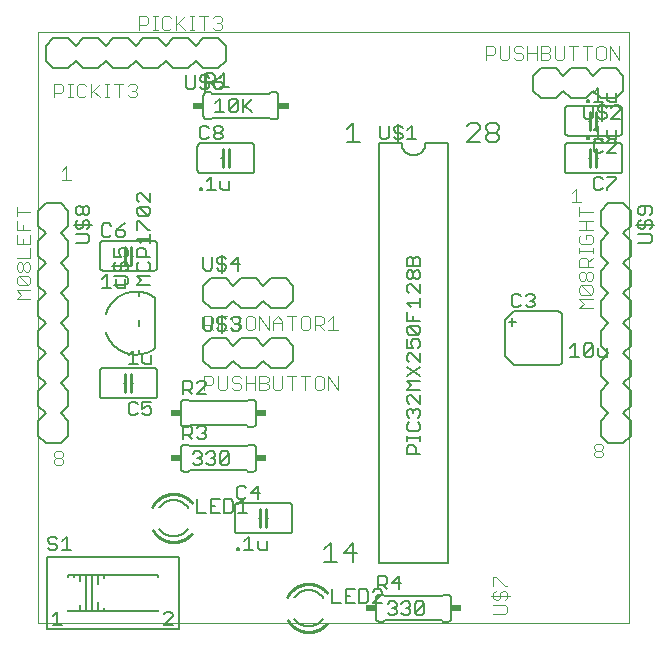
<source format=gto>
G75*
%MOIN*%
%OFA0B0*%
%FSLAX25Y25*%
%IPPOS*%
%LPD*%
%AMOC8*
5,1,8,0,0,1.08239X$1,22.5*
%
%ADD10C,0.00000*%
%ADD11C,0.00600*%
%ADD12C,0.00400*%
%ADD13C,0.01000*%
%ADD14C,0.00500*%
%ADD15R,0.03400X0.02400*%
%ADD16C,0.00800*%
D10*
X0018531Y0004500D02*
X0018531Y0201350D01*
X0215381Y0201350D01*
X0215381Y0004500D01*
X0018531Y0004500D01*
D11*
X0021531Y0002500D02*
X0021531Y0026500D01*
X0065531Y0026500D01*
X0065531Y0002500D01*
X0021531Y0002500D01*
X0028531Y0008500D02*
X0028531Y0009000D01*
X0028531Y0008500D02*
X0030531Y0008500D01*
X0030531Y0009000D01*
X0030531Y0008500D02*
X0032531Y0008500D01*
X0032531Y0010500D01*
X0032531Y0008500D02*
X0034531Y0008500D01*
X0034531Y0020500D01*
X0032531Y0020500D01*
X0032531Y0018500D01*
X0032531Y0020500D02*
X0030531Y0020500D01*
X0030531Y0020000D01*
X0030531Y0020500D02*
X0028531Y0020500D01*
X0028531Y0020000D01*
X0034531Y0020500D02*
X0036531Y0020500D01*
X0038531Y0020500D01*
X0040531Y0020500D01*
X0058531Y0020500D01*
X0058531Y0020000D01*
X0058531Y0009000D02*
X0058531Y0008500D01*
X0040531Y0008500D01*
X0038531Y0008500D01*
X0036531Y0008500D01*
X0034531Y0008500D01*
X0036531Y0008500D02*
X0036531Y0020500D01*
X0038531Y0020500D02*
X0038531Y0017500D01*
X0040531Y0019500D02*
X0040531Y0020500D01*
X0038531Y0011500D02*
X0038531Y0008500D01*
X0040531Y0008500D02*
X0040531Y0009500D01*
X0063531Y0045500D02*
X0063685Y0045498D01*
X0063839Y0045492D01*
X0063993Y0045482D01*
X0064147Y0045468D01*
X0064300Y0045451D01*
X0064452Y0045429D01*
X0064604Y0045403D01*
X0064756Y0045374D01*
X0064906Y0045340D01*
X0065056Y0045303D01*
X0065204Y0045262D01*
X0065352Y0045217D01*
X0065498Y0045168D01*
X0065643Y0045116D01*
X0065786Y0045060D01*
X0065929Y0045000D01*
X0066069Y0044937D01*
X0066208Y0044870D01*
X0066345Y0044799D01*
X0066480Y0044725D01*
X0066613Y0044648D01*
X0066745Y0044567D01*
X0066874Y0044483D01*
X0067001Y0044395D01*
X0067125Y0044304D01*
X0067247Y0044211D01*
X0067367Y0044113D01*
X0067484Y0044013D01*
X0067599Y0043910D01*
X0067711Y0043804D01*
X0067820Y0043696D01*
X0067926Y0043584D01*
X0068030Y0043470D01*
X0068130Y0043353D01*
X0068228Y0043234D01*
X0068322Y0043112D01*
X0068413Y0042987D01*
X0063531Y0033500D02*
X0063379Y0033502D01*
X0063228Y0033508D01*
X0063077Y0033517D01*
X0062925Y0033531D01*
X0062775Y0033548D01*
X0062625Y0033569D01*
X0062475Y0033594D01*
X0062326Y0033622D01*
X0062178Y0033655D01*
X0062031Y0033691D01*
X0061884Y0033730D01*
X0061739Y0033774D01*
X0061595Y0033821D01*
X0061452Y0033872D01*
X0061311Y0033926D01*
X0061170Y0033984D01*
X0061032Y0034045D01*
X0060895Y0034110D01*
X0060759Y0034179D01*
X0060626Y0034250D01*
X0060494Y0034325D01*
X0060364Y0034404D01*
X0060237Y0034485D01*
X0060111Y0034570D01*
X0059987Y0034658D01*
X0059866Y0034749D01*
X0059747Y0034843D01*
X0059631Y0034941D01*
X0059517Y0035041D01*
X0059405Y0035143D01*
X0059297Y0035249D01*
X0059191Y0035357D01*
X0059087Y0035468D01*
X0058987Y0035582D01*
X0058889Y0035698D01*
X0058795Y0035817D01*
X0063531Y0033500D02*
X0063683Y0033502D01*
X0063834Y0033508D01*
X0063985Y0033517D01*
X0064137Y0033531D01*
X0064287Y0033548D01*
X0064437Y0033569D01*
X0064587Y0033594D01*
X0064736Y0033622D01*
X0064884Y0033655D01*
X0065031Y0033691D01*
X0065178Y0033730D01*
X0065323Y0033774D01*
X0065467Y0033821D01*
X0065610Y0033872D01*
X0065751Y0033926D01*
X0065892Y0033984D01*
X0066030Y0034045D01*
X0066167Y0034110D01*
X0066303Y0034179D01*
X0066436Y0034250D01*
X0066568Y0034325D01*
X0066698Y0034404D01*
X0066825Y0034485D01*
X0066951Y0034570D01*
X0067075Y0034658D01*
X0067196Y0034749D01*
X0067315Y0034843D01*
X0067431Y0034941D01*
X0067545Y0035041D01*
X0067657Y0035143D01*
X0067765Y0035249D01*
X0067871Y0035357D01*
X0067975Y0035468D01*
X0068075Y0035582D01*
X0068173Y0035698D01*
X0068267Y0035817D01*
X0063531Y0045500D02*
X0063381Y0045498D01*
X0063230Y0045492D01*
X0063080Y0045483D01*
X0062931Y0045470D01*
X0062781Y0045453D01*
X0062632Y0045432D01*
X0062484Y0045408D01*
X0062336Y0045380D01*
X0062189Y0045348D01*
X0062043Y0045313D01*
X0061898Y0045273D01*
X0061754Y0045231D01*
X0061611Y0045184D01*
X0061469Y0045134D01*
X0061328Y0045081D01*
X0061189Y0045024D01*
X0061051Y0044964D01*
X0060915Y0044900D01*
X0060781Y0044833D01*
X0060648Y0044762D01*
X0060517Y0044688D01*
X0060388Y0044611D01*
X0060261Y0044530D01*
X0060136Y0044447D01*
X0060013Y0044360D01*
X0059892Y0044271D01*
X0059774Y0044178D01*
X0059658Y0044082D01*
X0059544Y0043984D01*
X0059433Y0043883D01*
X0059324Y0043778D01*
X0059219Y0043672D01*
X0059115Y0043562D01*
X0059015Y0043450D01*
X0058917Y0043336D01*
X0058823Y0043219D01*
X0058731Y0043100D01*
X0067031Y0055000D02*
X0068531Y0055000D01*
X0069031Y0055500D01*
X0088031Y0055500D01*
X0088531Y0055000D01*
X0090031Y0055000D01*
X0090091Y0055002D01*
X0090152Y0055007D01*
X0090211Y0055016D01*
X0090270Y0055029D01*
X0090329Y0055045D01*
X0090386Y0055065D01*
X0090441Y0055088D01*
X0090496Y0055115D01*
X0090548Y0055144D01*
X0090599Y0055177D01*
X0090648Y0055213D01*
X0090694Y0055251D01*
X0090738Y0055293D01*
X0090780Y0055337D01*
X0090818Y0055383D01*
X0090854Y0055432D01*
X0090887Y0055483D01*
X0090916Y0055535D01*
X0090943Y0055590D01*
X0090966Y0055645D01*
X0090986Y0055702D01*
X0091002Y0055761D01*
X0091015Y0055820D01*
X0091024Y0055879D01*
X0091029Y0055940D01*
X0091031Y0056000D01*
X0091031Y0063000D01*
X0091029Y0063060D01*
X0091024Y0063121D01*
X0091015Y0063180D01*
X0091002Y0063239D01*
X0090986Y0063298D01*
X0090966Y0063355D01*
X0090943Y0063410D01*
X0090916Y0063465D01*
X0090887Y0063517D01*
X0090854Y0063568D01*
X0090818Y0063617D01*
X0090780Y0063663D01*
X0090738Y0063707D01*
X0090694Y0063749D01*
X0090648Y0063787D01*
X0090599Y0063823D01*
X0090548Y0063856D01*
X0090496Y0063885D01*
X0090441Y0063912D01*
X0090386Y0063935D01*
X0090329Y0063955D01*
X0090270Y0063971D01*
X0090211Y0063984D01*
X0090152Y0063993D01*
X0090091Y0063998D01*
X0090031Y0064000D01*
X0088531Y0064000D01*
X0088031Y0063500D01*
X0069031Y0063500D01*
X0068531Y0064000D01*
X0067031Y0064000D01*
X0066971Y0063998D01*
X0066910Y0063993D01*
X0066851Y0063984D01*
X0066792Y0063971D01*
X0066733Y0063955D01*
X0066676Y0063935D01*
X0066621Y0063912D01*
X0066566Y0063885D01*
X0066514Y0063856D01*
X0066463Y0063823D01*
X0066414Y0063787D01*
X0066368Y0063749D01*
X0066324Y0063707D01*
X0066282Y0063663D01*
X0066244Y0063617D01*
X0066208Y0063568D01*
X0066175Y0063517D01*
X0066146Y0063465D01*
X0066119Y0063410D01*
X0066096Y0063355D01*
X0066076Y0063298D01*
X0066060Y0063239D01*
X0066047Y0063180D01*
X0066038Y0063121D01*
X0066033Y0063060D01*
X0066031Y0063000D01*
X0066031Y0056000D01*
X0066033Y0055940D01*
X0066038Y0055879D01*
X0066047Y0055820D01*
X0066060Y0055761D01*
X0066076Y0055702D01*
X0066096Y0055645D01*
X0066119Y0055590D01*
X0066146Y0055535D01*
X0066175Y0055483D01*
X0066208Y0055432D01*
X0066244Y0055383D01*
X0066282Y0055337D01*
X0066324Y0055293D01*
X0066368Y0055251D01*
X0066414Y0055213D01*
X0066463Y0055177D01*
X0066514Y0055144D01*
X0066566Y0055115D01*
X0066621Y0055088D01*
X0066676Y0055065D01*
X0066733Y0055045D01*
X0066792Y0055029D01*
X0066851Y0055016D01*
X0066910Y0055007D01*
X0066971Y0055002D01*
X0067031Y0055000D01*
X0067031Y0070000D02*
X0068531Y0070000D01*
X0069031Y0070500D01*
X0088031Y0070500D01*
X0088531Y0070000D01*
X0090031Y0070000D01*
X0090091Y0070002D01*
X0090152Y0070007D01*
X0090211Y0070016D01*
X0090270Y0070029D01*
X0090329Y0070045D01*
X0090386Y0070065D01*
X0090441Y0070088D01*
X0090496Y0070115D01*
X0090548Y0070144D01*
X0090599Y0070177D01*
X0090648Y0070213D01*
X0090694Y0070251D01*
X0090738Y0070293D01*
X0090780Y0070337D01*
X0090818Y0070383D01*
X0090854Y0070432D01*
X0090887Y0070483D01*
X0090916Y0070535D01*
X0090943Y0070590D01*
X0090966Y0070645D01*
X0090986Y0070702D01*
X0091002Y0070761D01*
X0091015Y0070820D01*
X0091024Y0070879D01*
X0091029Y0070940D01*
X0091031Y0071000D01*
X0091031Y0078000D01*
X0091029Y0078060D01*
X0091024Y0078121D01*
X0091015Y0078180D01*
X0091002Y0078239D01*
X0090986Y0078298D01*
X0090966Y0078355D01*
X0090943Y0078410D01*
X0090916Y0078465D01*
X0090887Y0078517D01*
X0090854Y0078568D01*
X0090818Y0078617D01*
X0090780Y0078663D01*
X0090738Y0078707D01*
X0090694Y0078749D01*
X0090648Y0078787D01*
X0090599Y0078823D01*
X0090548Y0078856D01*
X0090496Y0078885D01*
X0090441Y0078912D01*
X0090386Y0078935D01*
X0090329Y0078955D01*
X0090270Y0078971D01*
X0090211Y0078984D01*
X0090152Y0078993D01*
X0090091Y0078998D01*
X0090031Y0079000D01*
X0088531Y0079000D01*
X0088031Y0078500D01*
X0069031Y0078500D01*
X0068531Y0079000D01*
X0067031Y0079000D01*
X0066971Y0078998D01*
X0066910Y0078993D01*
X0066851Y0078984D01*
X0066792Y0078971D01*
X0066733Y0078955D01*
X0066676Y0078935D01*
X0066621Y0078912D01*
X0066566Y0078885D01*
X0066514Y0078856D01*
X0066463Y0078823D01*
X0066414Y0078787D01*
X0066368Y0078749D01*
X0066324Y0078707D01*
X0066282Y0078663D01*
X0066244Y0078617D01*
X0066208Y0078568D01*
X0066175Y0078517D01*
X0066146Y0078465D01*
X0066119Y0078410D01*
X0066096Y0078355D01*
X0066076Y0078298D01*
X0066060Y0078239D01*
X0066047Y0078180D01*
X0066038Y0078121D01*
X0066033Y0078060D01*
X0066031Y0078000D01*
X0066031Y0071000D01*
X0066033Y0070940D01*
X0066038Y0070879D01*
X0066047Y0070820D01*
X0066060Y0070761D01*
X0066076Y0070702D01*
X0066096Y0070645D01*
X0066119Y0070590D01*
X0066146Y0070535D01*
X0066175Y0070483D01*
X0066208Y0070432D01*
X0066244Y0070383D01*
X0066282Y0070337D01*
X0066324Y0070293D01*
X0066368Y0070251D01*
X0066414Y0070213D01*
X0066463Y0070177D01*
X0066514Y0070144D01*
X0066566Y0070115D01*
X0066621Y0070088D01*
X0066676Y0070065D01*
X0066733Y0070045D01*
X0066792Y0070029D01*
X0066851Y0070016D01*
X0066910Y0070007D01*
X0066971Y0070002D01*
X0067031Y0070000D01*
X0057031Y0079500D02*
X0040031Y0079500D01*
X0039971Y0079502D01*
X0039910Y0079507D01*
X0039851Y0079516D01*
X0039792Y0079529D01*
X0039733Y0079545D01*
X0039676Y0079565D01*
X0039621Y0079588D01*
X0039566Y0079615D01*
X0039514Y0079644D01*
X0039463Y0079677D01*
X0039414Y0079713D01*
X0039368Y0079751D01*
X0039324Y0079793D01*
X0039282Y0079837D01*
X0039244Y0079883D01*
X0039208Y0079932D01*
X0039175Y0079983D01*
X0039146Y0080035D01*
X0039119Y0080090D01*
X0039096Y0080145D01*
X0039076Y0080202D01*
X0039060Y0080261D01*
X0039047Y0080320D01*
X0039038Y0080379D01*
X0039033Y0080440D01*
X0039031Y0080500D01*
X0039031Y0088500D01*
X0039033Y0088560D01*
X0039038Y0088621D01*
X0039047Y0088680D01*
X0039060Y0088739D01*
X0039076Y0088798D01*
X0039096Y0088855D01*
X0039119Y0088910D01*
X0039146Y0088965D01*
X0039175Y0089017D01*
X0039208Y0089068D01*
X0039244Y0089117D01*
X0039282Y0089163D01*
X0039324Y0089207D01*
X0039368Y0089249D01*
X0039414Y0089287D01*
X0039463Y0089323D01*
X0039514Y0089356D01*
X0039566Y0089385D01*
X0039621Y0089412D01*
X0039676Y0089435D01*
X0039733Y0089455D01*
X0039792Y0089471D01*
X0039851Y0089484D01*
X0039910Y0089493D01*
X0039971Y0089498D01*
X0040031Y0089500D01*
X0057031Y0089500D01*
X0057091Y0089498D01*
X0057152Y0089493D01*
X0057211Y0089484D01*
X0057270Y0089471D01*
X0057329Y0089455D01*
X0057386Y0089435D01*
X0057441Y0089412D01*
X0057496Y0089385D01*
X0057548Y0089356D01*
X0057599Y0089323D01*
X0057648Y0089287D01*
X0057694Y0089249D01*
X0057738Y0089207D01*
X0057780Y0089163D01*
X0057818Y0089117D01*
X0057854Y0089068D01*
X0057887Y0089017D01*
X0057916Y0088965D01*
X0057943Y0088910D01*
X0057966Y0088855D01*
X0057986Y0088798D01*
X0058002Y0088739D01*
X0058015Y0088680D01*
X0058024Y0088621D01*
X0058029Y0088560D01*
X0058031Y0088500D01*
X0058031Y0080500D01*
X0058029Y0080440D01*
X0058024Y0080379D01*
X0058015Y0080320D01*
X0058002Y0080261D01*
X0057986Y0080202D01*
X0057966Y0080145D01*
X0057943Y0080090D01*
X0057916Y0080035D01*
X0057887Y0079983D01*
X0057854Y0079932D01*
X0057818Y0079883D01*
X0057780Y0079837D01*
X0057738Y0079793D01*
X0057694Y0079751D01*
X0057648Y0079713D01*
X0057599Y0079677D01*
X0057548Y0079644D01*
X0057496Y0079615D01*
X0057441Y0079588D01*
X0057386Y0079565D01*
X0057329Y0079545D01*
X0057270Y0079529D01*
X0057211Y0079516D01*
X0057152Y0079507D01*
X0057091Y0079502D01*
X0057031Y0079500D01*
X0050031Y0084500D02*
X0049531Y0084500D01*
X0047531Y0084500D02*
X0047031Y0084500D01*
X0040031Y0122000D02*
X0057031Y0122000D01*
X0057091Y0122002D01*
X0057152Y0122007D01*
X0057211Y0122016D01*
X0057270Y0122029D01*
X0057329Y0122045D01*
X0057386Y0122065D01*
X0057441Y0122088D01*
X0057496Y0122115D01*
X0057548Y0122144D01*
X0057599Y0122177D01*
X0057648Y0122213D01*
X0057694Y0122251D01*
X0057738Y0122293D01*
X0057780Y0122337D01*
X0057818Y0122383D01*
X0057854Y0122432D01*
X0057887Y0122483D01*
X0057916Y0122535D01*
X0057943Y0122590D01*
X0057966Y0122645D01*
X0057986Y0122702D01*
X0058002Y0122761D01*
X0058015Y0122820D01*
X0058024Y0122879D01*
X0058029Y0122940D01*
X0058031Y0123000D01*
X0058031Y0131000D01*
X0058029Y0131060D01*
X0058024Y0131121D01*
X0058015Y0131180D01*
X0058002Y0131239D01*
X0057986Y0131298D01*
X0057966Y0131355D01*
X0057943Y0131410D01*
X0057916Y0131465D01*
X0057887Y0131517D01*
X0057854Y0131568D01*
X0057818Y0131617D01*
X0057780Y0131663D01*
X0057738Y0131707D01*
X0057694Y0131749D01*
X0057648Y0131787D01*
X0057599Y0131823D01*
X0057548Y0131856D01*
X0057496Y0131885D01*
X0057441Y0131912D01*
X0057386Y0131935D01*
X0057329Y0131955D01*
X0057270Y0131971D01*
X0057211Y0131984D01*
X0057152Y0131993D01*
X0057091Y0131998D01*
X0057031Y0132000D01*
X0040031Y0132000D01*
X0039971Y0131998D01*
X0039910Y0131993D01*
X0039851Y0131984D01*
X0039792Y0131971D01*
X0039733Y0131955D01*
X0039676Y0131935D01*
X0039621Y0131912D01*
X0039566Y0131885D01*
X0039514Y0131856D01*
X0039463Y0131823D01*
X0039414Y0131787D01*
X0039368Y0131749D01*
X0039324Y0131707D01*
X0039282Y0131663D01*
X0039244Y0131617D01*
X0039208Y0131568D01*
X0039175Y0131517D01*
X0039146Y0131465D01*
X0039119Y0131410D01*
X0039096Y0131355D01*
X0039076Y0131298D01*
X0039060Y0131239D01*
X0039047Y0131180D01*
X0039038Y0131121D01*
X0039033Y0131060D01*
X0039031Y0131000D01*
X0039031Y0123000D01*
X0039033Y0122940D01*
X0039038Y0122879D01*
X0039047Y0122820D01*
X0039060Y0122761D01*
X0039076Y0122702D01*
X0039096Y0122645D01*
X0039119Y0122590D01*
X0039146Y0122535D01*
X0039175Y0122483D01*
X0039208Y0122432D01*
X0039244Y0122383D01*
X0039282Y0122337D01*
X0039324Y0122293D01*
X0039368Y0122251D01*
X0039414Y0122213D01*
X0039463Y0122177D01*
X0039514Y0122144D01*
X0039566Y0122115D01*
X0039621Y0122088D01*
X0039676Y0122065D01*
X0039733Y0122045D01*
X0039792Y0122029D01*
X0039851Y0122016D01*
X0039910Y0122007D01*
X0039971Y0122002D01*
X0040031Y0122000D01*
X0047031Y0127000D02*
X0047531Y0127000D01*
X0049531Y0127000D02*
X0050031Y0127000D01*
X0072531Y0154500D02*
X0089531Y0154500D01*
X0089591Y0154502D01*
X0089652Y0154507D01*
X0089711Y0154516D01*
X0089770Y0154529D01*
X0089829Y0154545D01*
X0089886Y0154565D01*
X0089941Y0154588D01*
X0089996Y0154615D01*
X0090048Y0154644D01*
X0090099Y0154677D01*
X0090148Y0154713D01*
X0090194Y0154751D01*
X0090238Y0154793D01*
X0090280Y0154837D01*
X0090318Y0154883D01*
X0090354Y0154932D01*
X0090387Y0154983D01*
X0090416Y0155035D01*
X0090443Y0155090D01*
X0090466Y0155145D01*
X0090486Y0155202D01*
X0090502Y0155261D01*
X0090515Y0155320D01*
X0090524Y0155379D01*
X0090529Y0155440D01*
X0090531Y0155500D01*
X0090531Y0163500D01*
X0090529Y0163560D01*
X0090524Y0163621D01*
X0090515Y0163680D01*
X0090502Y0163739D01*
X0090486Y0163798D01*
X0090466Y0163855D01*
X0090443Y0163910D01*
X0090416Y0163965D01*
X0090387Y0164017D01*
X0090354Y0164068D01*
X0090318Y0164117D01*
X0090280Y0164163D01*
X0090238Y0164207D01*
X0090194Y0164249D01*
X0090148Y0164287D01*
X0090099Y0164323D01*
X0090048Y0164356D01*
X0089996Y0164385D01*
X0089941Y0164412D01*
X0089886Y0164435D01*
X0089829Y0164455D01*
X0089770Y0164471D01*
X0089711Y0164484D01*
X0089652Y0164493D01*
X0089591Y0164498D01*
X0089531Y0164500D01*
X0072531Y0164500D01*
X0072471Y0164498D01*
X0072410Y0164493D01*
X0072351Y0164484D01*
X0072292Y0164471D01*
X0072233Y0164455D01*
X0072176Y0164435D01*
X0072121Y0164412D01*
X0072066Y0164385D01*
X0072014Y0164356D01*
X0071963Y0164323D01*
X0071914Y0164287D01*
X0071868Y0164249D01*
X0071824Y0164207D01*
X0071782Y0164163D01*
X0071744Y0164117D01*
X0071708Y0164068D01*
X0071675Y0164017D01*
X0071646Y0163965D01*
X0071619Y0163910D01*
X0071596Y0163855D01*
X0071576Y0163798D01*
X0071560Y0163739D01*
X0071547Y0163680D01*
X0071538Y0163621D01*
X0071533Y0163560D01*
X0071531Y0163500D01*
X0071531Y0155500D01*
X0071533Y0155440D01*
X0071538Y0155379D01*
X0071547Y0155320D01*
X0071560Y0155261D01*
X0071576Y0155202D01*
X0071596Y0155145D01*
X0071619Y0155090D01*
X0071646Y0155035D01*
X0071675Y0154983D01*
X0071708Y0154932D01*
X0071744Y0154883D01*
X0071782Y0154837D01*
X0071824Y0154793D01*
X0071868Y0154751D01*
X0071914Y0154713D01*
X0071963Y0154677D01*
X0072014Y0154644D01*
X0072066Y0154615D01*
X0072121Y0154588D01*
X0072176Y0154565D01*
X0072233Y0154545D01*
X0072292Y0154529D01*
X0072351Y0154516D01*
X0072410Y0154507D01*
X0072471Y0154502D01*
X0072531Y0154500D01*
X0079531Y0159500D02*
X0080031Y0159500D01*
X0082031Y0159500D02*
X0082531Y0159500D01*
X0076031Y0172500D02*
X0074531Y0172500D01*
X0074471Y0172502D01*
X0074410Y0172507D01*
X0074351Y0172516D01*
X0074292Y0172529D01*
X0074233Y0172545D01*
X0074176Y0172565D01*
X0074121Y0172588D01*
X0074066Y0172615D01*
X0074014Y0172644D01*
X0073963Y0172677D01*
X0073914Y0172713D01*
X0073868Y0172751D01*
X0073824Y0172793D01*
X0073782Y0172837D01*
X0073744Y0172883D01*
X0073708Y0172932D01*
X0073675Y0172983D01*
X0073646Y0173035D01*
X0073619Y0173090D01*
X0073596Y0173145D01*
X0073576Y0173202D01*
X0073560Y0173261D01*
X0073547Y0173320D01*
X0073538Y0173379D01*
X0073533Y0173440D01*
X0073531Y0173500D01*
X0073531Y0180500D01*
X0073533Y0180560D01*
X0073538Y0180621D01*
X0073547Y0180680D01*
X0073560Y0180739D01*
X0073576Y0180798D01*
X0073596Y0180855D01*
X0073619Y0180910D01*
X0073646Y0180965D01*
X0073675Y0181017D01*
X0073708Y0181068D01*
X0073744Y0181117D01*
X0073782Y0181163D01*
X0073824Y0181207D01*
X0073868Y0181249D01*
X0073914Y0181287D01*
X0073963Y0181323D01*
X0074014Y0181356D01*
X0074066Y0181385D01*
X0074121Y0181412D01*
X0074176Y0181435D01*
X0074233Y0181455D01*
X0074292Y0181471D01*
X0074351Y0181484D01*
X0074410Y0181493D01*
X0074471Y0181498D01*
X0074531Y0181500D01*
X0076031Y0181500D01*
X0076531Y0181000D01*
X0095531Y0181000D01*
X0096031Y0181500D01*
X0097531Y0181500D01*
X0097591Y0181498D01*
X0097652Y0181493D01*
X0097711Y0181484D01*
X0097770Y0181471D01*
X0097829Y0181455D01*
X0097886Y0181435D01*
X0097941Y0181412D01*
X0097996Y0181385D01*
X0098048Y0181356D01*
X0098099Y0181323D01*
X0098148Y0181287D01*
X0098194Y0181249D01*
X0098238Y0181207D01*
X0098280Y0181163D01*
X0098318Y0181117D01*
X0098354Y0181068D01*
X0098387Y0181017D01*
X0098416Y0180965D01*
X0098443Y0180910D01*
X0098466Y0180855D01*
X0098486Y0180798D01*
X0098502Y0180739D01*
X0098515Y0180680D01*
X0098524Y0180621D01*
X0098529Y0180560D01*
X0098531Y0180500D01*
X0098531Y0173500D01*
X0098529Y0173440D01*
X0098524Y0173379D01*
X0098515Y0173320D01*
X0098502Y0173261D01*
X0098486Y0173202D01*
X0098466Y0173145D01*
X0098443Y0173090D01*
X0098416Y0173035D01*
X0098387Y0172983D01*
X0098354Y0172932D01*
X0098318Y0172883D01*
X0098280Y0172837D01*
X0098238Y0172793D01*
X0098194Y0172751D01*
X0098148Y0172713D01*
X0098099Y0172677D01*
X0098048Y0172644D01*
X0097996Y0172615D01*
X0097941Y0172588D01*
X0097886Y0172565D01*
X0097829Y0172545D01*
X0097770Y0172529D01*
X0097711Y0172516D01*
X0097652Y0172507D01*
X0097591Y0172502D01*
X0097531Y0172500D01*
X0096031Y0172500D01*
X0095531Y0173000D01*
X0076531Y0173000D01*
X0076031Y0172500D01*
X0121331Y0169070D02*
X0123466Y0171205D01*
X0123466Y0164800D01*
X0121331Y0164800D02*
X0125601Y0164800D01*
X0132031Y0164500D02*
X0139531Y0164500D01*
X0139533Y0164374D01*
X0139539Y0164249D01*
X0139549Y0164124D01*
X0139563Y0163999D01*
X0139580Y0163874D01*
X0139602Y0163750D01*
X0139627Y0163627D01*
X0139657Y0163505D01*
X0139690Y0163384D01*
X0139727Y0163264D01*
X0139767Y0163145D01*
X0139812Y0163028D01*
X0139860Y0162911D01*
X0139912Y0162797D01*
X0139967Y0162684D01*
X0140026Y0162573D01*
X0140088Y0162464D01*
X0140154Y0162357D01*
X0140223Y0162252D01*
X0140295Y0162149D01*
X0140370Y0162048D01*
X0140449Y0161950D01*
X0140531Y0161855D01*
X0140615Y0161762D01*
X0140703Y0161672D01*
X0140793Y0161584D01*
X0140886Y0161500D01*
X0140981Y0161418D01*
X0141079Y0161339D01*
X0141180Y0161264D01*
X0141283Y0161192D01*
X0141388Y0161123D01*
X0141495Y0161057D01*
X0141604Y0160995D01*
X0141715Y0160936D01*
X0141828Y0160881D01*
X0141942Y0160829D01*
X0142059Y0160781D01*
X0142176Y0160736D01*
X0142295Y0160696D01*
X0142415Y0160659D01*
X0142536Y0160626D01*
X0142658Y0160596D01*
X0142781Y0160571D01*
X0142905Y0160549D01*
X0143030Y0160532D01*
X0143155Y0160518D01*
X0143280Y0160508D01*
X0143405Y0160502D01*
X0143531Y0160500D01*
X0143657Y0160502D01*
X0143782Y0160508D01*
X0143907Y0160518D01*
X0144032Y0160532D01*
X0144157Y0160549D01*
X0144281Y0160571D01*
X0144404Y0160596D01*
X0144526Y0160626D01*
X0144647Y0160659D01*
X0144767Y0160696D01*
X0144886Y0160736D01*
X0145003Y0160781D01*
X0145120Y0160829D01*
X0145234Y0160881D01*
X0145347Y0160936D01*
X0145458Y0160995D01*
X0145567Y0161057D01*
X0145674Y0161123D01*
X0145779Y0161192D01*
X0145882Y0161264D01*
X0145983Y0161339D01*
X0146081Y0161418D01*
X0146176Y0161500D01*
X0146269Y0161584D01*
X0146359Y0161672D01*
X0146447Y0161762D01*
X0146531Y0161855D01*
X0146613Y0161950D01*
X0146692Y0162048D01*
X0146767Y0162149D01*
X0146839Y0162252D01*
X0146908Y0162357D01*
X0146974Y0162464D01*
X0147036Y0162573D01*
X0147095Y0162684D01*
X0147150Y0162797D01*
X0147202Y0162911D01*
X0147250Y0163028D01*
X0147295Y0163145D01*
X0147335Y0163264D01*
X0147372Y0163384D01*
X0147405Y0163505D01*
X0147435Y0163627D01*
X0147460Y0163750D01*
X0147482Y0163874D01*
X0147499Y0163999D01*
X0147513Y0164124D01*
X0147523Y0164249D01*
X0147529Y0164374D01*
X0147531Y0164500D01*
X0155031Y0164500D01*
X0155031Y0024500D01*
X0132031Y0024500D01*
X0132031Y0164500D01*
X0161331Y0164800D02*
X0165601Y0169070D01*
X0165601Y0170138D01*
X0164534Y0171205D01*
X0162398Y0171205D01*
X0161331Y0170138D01*
X0161331Y0164800D02*
X0165601Y0164800D01*
X0167776Y0165868D02*
X0167776Y0166935D01*
X0168844Y0168003D01*
X0170979Y0168003D01*
X0172047Y0166935D01*
X0172047Y0165868D01*
X0170979Y0164800D01*
X0168844Y0164800D01*
X0167776Y0165868D01*
X0168844Y0168003D02*
X0167776Y0169070D01*
X0167776Y0170138D01*
X0168844Y0171205D01*
X0170979Y0171205D01*
X0172047Y0170138D01*
X0172047Y0169070D01*
X0170979Y0168003D01*
X0194031Y0168000D02*
X0194031Y0176000D01*
X0194033Y0176060D01*
X0194038Y0176121D01*
X0194047Y0176180D01*
X0194060Y0176239D01*
X0194076Y0176298D01*
X0194096Y0176355D01*
X0194119Y0176410D01*
X0194146Y0176465D01*
X0194175Y0176517D01*
X0194208Y0176568D01*
X0194244Y0176617D01*
X0194282Y0176663D01*
X0194324Y0176707D01*
X0194368Y0176749D01*
X0194414Y0176787D01*
X0194463Y0176823D01*
X0194514Y0176856D01*
X0194566Y0176885D01*
X0194621Y0176912D01*
X0194676Y0176935D01*
X0194733Y0176955D01*
X0194792Y0176971D01*
X0194851Y0176984D01*
X0194910Y0176993D01*
X0194971Y0176998D01*
X0195031Y0177000D01*
X0212031Y0177000D01*
X0212091Y0176998D01*
X0212152Y0176993D01*
X0212211Y0176984D01*
X0212270Y0176971D01*
X0212329Y0176955D01*
X0212386Y0176935D01*
X0212441Y0176912D01*
X0212496Y0176885D01*
X0212548Y0176856D01*
X0212599Y0176823D01*
X0212648Y0176787D01*
X0212694Y0176749D01*
X0212738Y0176707D01*
X0212780Y0176663D01*
X0212818Y0176617D01*
X0212854Y0176568D01*
X0212887Y0176517D01*
X0212916Y0176465D01*
X0212943Y0176410D01*
X0212966Y0176355D01*
X0212986Y0176298D01*
X0213002Y0176239D01*
X0213015Y0176180D01*
X0213024Y0176121D01*
X0213029Y0176060D01*
X0213031Y0176000D01*
X0213031Y0168000D01*
X0213029Y0167940D01*
X0213024Y0167879D01*
X0213015Y0167820D01*
X0213002Y0167761D01*
X0212986Y0167702D01*
X0212966Y0167645D01*
X0212943Y0167590D01*
X0212916Y0167535D01*
X0212887Y0167483D01*
X0212854Y0167432D01*
X0212818Y0167383D01*
X0212780Y0167337D01*
X0212738Y0167293D01*
X0212694Y0167251D01*
X0212648Y0167213D01*
X0212599Y0167177D01*
X0212548Y0167144D01*
X0212496Y0167115D01*
X0212441Y0167088D01*
X0212386Y0167065D01*
X0212329Y0167045D01*
X0212270Y0167029D01*
X0212211Y0167016D01*
X0212152Y0167007D01*
X0212091Y0167002D01*
X0212031Y0167000D01*
X0195031Y0167000D01*
X0194971Y0167002D01*
X0194910Y0167007D01*
X0194851Y0167016D01*
X0194792Y0167029D01*
X0194733Y0167045D01*
X0194676Y0167065D01*
X0194621Y0167088D01*
X0194566Y0167115D01*
X0194514Y0167144D01*
X0194463Y0167177D01*
X0194414Y0167213D01*
X0194368Y0167251D01*
X0194324Y0167293D01*
X0194282Y0167337D01*
X0194244Y0167383D01*
X0194208Y0167432D01*
X0194175Y0167483D01*
X0194146Y0167535D01*
X0194119Y0167590D01*
X0194096Y0167645D01*
X0194076Y0167702D01*
X0194060Y0167761D01*
X0194047Y0167820D01*
X0194038Y0167879D01*
X0194033Y0167940D01*
X0194031Y0168000D01*
X0195031Y0164500D02*
X0212031Y0164500D01*
X0212091Y0164498D01*
X0212152Y0164493D01*
X0212211Y0164484D01*
X0212270Y0164471D01*
X0212329Y0164455D01*
X0212386Y0164435D01*
X0212441Y0164412D01*
X0212496Y0164385D01*
X0212548Y0164356D01*
X0212599Y0164323D01*
X0212648Y0164287D01*
X0212694Y0164249D01*
X0212738Y0164207D01*
X0212780Y0164163D01*
X0212818Y0164117D01*
X0212854Y0164068D01*
X0212887Y0164017D01*
X0212916Y0163965D01*
X0212943Y0163910D01*
X0212966Y0163855D01*
X0212986Y0163798D01*
X0213002Y0163739D01*
X0213015Y0163680D01*
X0213024Y0163621D01*
X0213029Y0163560D01*
X0213031Y0163500D01*
X0213031Y0155500D01*
X0213029Y0155440D01*
X0213024Y0155379D01*
X0213015Y0155320D01*
X0213002Y0155261D01*
X0212986Y0155202D01*
X0212966Y0155145D01*
X0212943Y0155090D01*
X0212916Y0155035D01*
X0212887Y0154983D01*
X0212854Y0154932D01*
X0212818Y0154883D01*
X0212780Y0154837D01*
X0212738Y0154793D01*
X0212694Y0154751D01*
X0212648Y0154713D01*
X0212599Y0154677D01*
X0212548Y0154644D01*
X0212496Y0154615D01*
X0212441Y0154588D01*
X0212386Y0154565D01*
X0212329Y0154545D01*
X0212270Y0154529D01*
X0212211Y0154516D01*
X0212152Y0154507D01*
X0212091Y0154502D01*
X0212031Y0154500D01*
X0195031Y0154500D01*
X0194971Y0154502D01*
X0194910Y0154507D01*
X0194851Y0154516D01*
X0194792Y0154529D01*
X0194733Y0154545D01*
X0194676Y0154565D01*
X0194621Y0154588D01*
X0194566Y0154615D01*
X0194514Y0154644D01*
X0194463Y0154677D01*
X0194414Y0154713D01*
X0194368Y0154751D01*
X0194324Y0154793D01*
X0194282Y0154837D01*
X0194244Y0154883D01*
X0194208Y0154932D01*
X0194175Y0154983D01*
X0194146Y0155035D01*
X0194119Y0155090D01*
X0194096Y0155145D01*
X0194076Y0155202D01*
X0194060Y0155261D01*
X0194047Y0155320D01*
X0194038Y0155379D01*
X0194033Y0155440D01*
X0194031Y0155500D01*
X0194031Y0163500D01*
X0194033Y0163560D01*
X0194038Y0163621D01*
X0194047Y0163680D01*
X0194060Y0163739D01*
X0194076Y0163798D01*
X0194096Y0163855D01*
X0194119Y0163910D01*
X0194146Y0163965D01*
X0194175Y0164017D01*
X0194208Y0164068D01*
X0194244Y0164117D01*
X0194282Y0164163D01*
X0194324Y0164207D01*
X0194368Y0164249D01*
X0194414Y0164287D01*
X0194463Y0164323D01*
X0194514Y0164356D01*
X0194566Y0164385D01*
X0194621Y0164412D01*
X0194676Y0164435D01*
X0194733Y0164455D01*
X0194792Y0164471D01*
X0194851Y0164484D01*
X0194910Y0164493D01*
X0194971Y0164498D01*
X0195031Y0164500D01*
X0202031Y0159500D02*
X0202531Y0159500D01*
X0204531Y0159500D02*
X0205031Y0159500D01*
X0205031Y0172000D02*
X0204531Y0172000D01*
X0202531Y0172000D02*
X0202031Y0172000D01*
X0191531Y0108500D02*
X0177031Y0108500D01*
X0174031Y0105500D01*
X0174031Y0093500D01*
X0177031Y0090500D01*
X0191531Y0090500D01*
X0191607Y0090502D01*
X0191683Y0090508D01*
X0191758Y0090517D01*
X0191833Y0090531D01*
X0191907Y0090548D01*
X0191980Y0090569D01*
X0192052Y0090593D01*
X0192123Y0090622D01*
X0192192Y0090653D01*
X0192259Y0090688D01*
X0192324Y0090727D01*
X0192388Y0090769D01*
X0192449Y0090814D01*
X0192508Y0090862D01*
X0192564Y0090913D01*
X0192618Y0090967D01*
X0192669Y0091023D01*
X0192717Y0091082D01*
X0192762Y0091143D01*
X0192804Y0091207D01*
X0192843Y0091272D01*
X0192878Y0091339D01*
X0192909Y0091408D01*
X0192938Y0091479D01*
X0192962Y0091551D01*
X0192983Y0091624D01*
X0193000Y0091698D01*
X0193014Y0091773D01*
X0193023Y0091848D01*
X0193029Y0091924D01*
X0193031Y0092000D01*
X0193031Y0107000D01*
X0193029Y0107076D01*
X0193023Y0107152D01*
X0193014Y0107227D01*
X0193000Y0107302D01*
X0192983Y0107376D01*
X0192962Y0107449D01*
X0192938Y0107521D01*
X0192909Y0107592D01*
X0192878Y0107661D01*
X0192843Y0107728D01*
X0192804Y0107793D01*
X0192762Y0107857D01*
X0192717Y0107918D01*
X0192669Y0107977D01*
X0192618Y0108033D01*
X0192564Y0108087D01*
X0192508Y0108138D01*
X0192449Y0108186D01*
X0192388Y0108231D01*
X0192324Y0108273D01*
X0192259Y0108312D01*
X0192192Y0108347D01*
X0192123Y0108378D01*
X0192052Y0108407D01*
X0191980Y0108431D01*
X0191907Y0108452D01*
X0191833Y0108469D01*
X0191758Y0108483D01*
X0191683Y0108492D01*
X0191607Y0108498D01*
X0191531Y0108500D01*
X0177831Y0104900D02*
X0175231Y0104900D01*
X0176531Y0106100D02*
X0176531Y0103600D01*
X0103031Y0043500D02*
X0103031Y0035500D01*
X0103029Y0035440D01*
X0103024Y0035379D01*
X0103015Y0035320D01*
X0103002Y0035261D01*
X0102986Y0035202D01*
X0102966Y0035145D01*
X0102943Y0035090D01*
X0102916Y0035035D01*
X0102887Y0034983D01*
X0102854Y0034932D01*
X0102818Y0034883D01*
X0102780Y0034837D01*
X0102738Y0034793D01*
X0102694Y0034751D01*
X0102648Y0034713D01*
X0102599Y0034677D01*
X0102548Y0034644D01*
X0102496Y0034615D01*
X0102441Y0034588D01*
X0102386Y0034565D01*
X0102329Y0034545D01*
X0102270Y0034529D01*
X0102211Y0034516D01*
X0102152Y0034507D01*
X0102091Y0034502D01*
X0102031Y0034500D01*
X0085031Y0034500D01*
X0084971Y0034502D01*
X0084910Y0034507D01*
X0084851Y0034516D01*
X0084792Y0034529D01*
X0084733Y0034545D01*
X0084676Y0034565D01*
X0084621Y0034588D01*
X0084566Y0034615D01*
X0084514Y0034644D01*
X0084463Y0034677D01*
X0084414Y0034713D01*
X0084368Y0034751D01*
X0084324Y0034793D01*
X0084282Y0034837D01*
X0084244Y0034883D01*
X0084208Y0034932D01*
X0084175Y0034983D01*
X0084146Y0035035D01*
X0084119Y0035090D01*
X0084096Y0035145D01*
X0084076Y0035202D01*
X0084060Y0035261D01*
X0084047Y0035320D01*
X0084038Y0035379D01*
X0084033Y0035440D01*
X0084031Y0035500D01*
X0084031Y0043500D01*
X0084033Y0043560D01*
X0084038Y0043621D01*
X0084047Y0043680D01*
X0084060Y0043739D01*
X0084076Y0043798D01*
X0084096Y0043855D01*
X0084119Y0043910D01*
X0084146Y0043965D01*
X0084175Y0044017D01*
X0084208Y0044068D01*
X0084244Y0044117D01*
X0084282Y0044163D01*
X0084324Y0044207D01*
X0084368Y0044249D01*
X0084414Y0044287D01*
X0084463Y0044323D01*
X0084514Y0044356D01*
X0084566Y0044385D01*
X0084621Y0044412D01*
X0084676Y0044435D01*
X0084733Y0044455D01*
X0084792Y0044471D01*
X0084851Y0044484D01*
X0084910Y0044493D01*
X0084971Y0044498D01*
X0085031Y0044500D01*
X0102031Y0044500D01*
X0102091Y0044498D01*
X0102152Y0044493D01*
X0102211Y0044484D01*
X0102270Y0044471D01*
X0102329Y0044455D01*
X0102386Y0044435D01*
X0102441Y0044412D01*
X0102496Y0044385D01*
X0102548Y0044356D01*
X0102599Y0044323D01*
X0102648Y0044287D01*
X0102694Y0044249D01*
X0102738Y0044207D01*
X0102780Y0044163D01*
X0102818Y0044117D01*
X0102854Y0044068D01*
X0102887Y0044017D01*
X0102916Y0043965D01*
X0102943Y0043910D01*
X0102966Y0043855D01*
X0102986Y0043798D01*
X0103002Y0043739D01*
X0103015Y0043680D01*
X0103024Y0043621D01*
X0103029Y0043560D01*
X0103031Y0043500D01*
X0095031Y0039500D02*
X0094531Y0039500D01*
X0092531Y0039500D02*
X0092031Y0039500D01*
X0113831Y0029070D02*
X0115966Y0031205D01*
X0115966Y0024800D01*
X0113831Y0024800D02*
X0118101Y0024800D01*
X0120276Y0028003D02*
X0124547Y0028003D01*
X0123479Y0031205D02*
X0120276Y0028003D01*
X0123479Y0024800D02*
X0123479Y0031205D01*
X0132031Y0014000D02*
X0133531Y0014000D01*
X0134031Y0013500D01*
X0153031Y0013500D01*
X0153531Y0014000D01*
X0155031Y0014000D01*
X0155091Y0013998D01*
X0155152Y0013993D01*
X0155211Y0013984D01*
X0155270Y0013971D01*
X0155329Y0013955D01*
X0155386Y0013935D01*
X0155441Y0013912D01*
X0155496Y0013885D01*
X0155548Y0013856D01*
X0155599Y0013823D01*
X0155648Y0013787D01*
X0155694Y0013749D01*
X0155738Y0013707D01*
X0155780Y0013663D01*
X0155818Y0013617D01*
X0155854Y0013568D01*
X0155887Y0013517D01*
X0155916Y0013465D01*
X0155943Y0013410D01*
X0155966Y0013355D01*
X0155986Y0013298D01*
X0156002Y0013239D01*
X0156015Y0013180D01*
X0156024Y0013121D01*
X0156029Y0013060D01*
X0156031Y0013000D01*
X0156031Y0006000D01*
X0156029Y0005940D01*
X0156024Y0005879D01*
X0156015Y0005820D01*
X0156002Y0005761D01*
X0155986Y0005702D01*
X0155966Y0005645D01*
X0155943Y0005590D01*
X0155916Y0005535D01*
X0155887Y0005483D01*
X0155854Y0005432D01*
X0155818Y0005383D01*
X0155780Y0005337D01*
X0155738Y0005293D01*
X0155694Y0005251D01*
X0155648Y0005213D01*
X0155599Y0005177D01*
X0155548Y0005144D01*
X0155496Y0005115D01*
X0155441Y0005088D01*
X0155386Y0005065D01*
X0155329Y0005045D01*
X0155270Y0005029D01*
X0155211Y0005016D01*
X0155152Y0005007D01*
X0155091Y0005002D01*
X0155031Y0005000D01*
X0153531Y0005000D01*
X0153031Y0005500D01*
X0134031Y0005500D01*
X0133531Y0005000D01*
X0132031Y0005000D01*
X0131971Y0005002D01*
X0131910Y0005007D01*
X0131851Y0005016D01*
X0131792Y0005029D01*
X0131733Y0005045D01*
X0131676Y0005065D01*
X0131621Y0005088D01*
X0131566Y0005115D01*
X0131514Y0005144D01*
X0131463Y0005177D01*
X0131414Y0005213D01*
X0131368Y0005251D01*
X0131324Y0005293D01*
X0131282Y0005337D01*
X0131244Y0005383D01*
X0131208Y0005432D01*
X0131175Y0005483D01*
X0131146Y0005535D01*
X0131119Y0005590D01*
X0131096Y0005645D01*
X0131076Y0005702D01*
X0131060Y0005761D01*
X0131047Y0005820D01*
X0131038Y0005879D01*
X0131033Y0005940D01*
X0131031Y0006000D01*
X0131031Y0013000D01*
X0131033Y0013060D01*
X0131038Y0013121D01*
X0131047Y0013180D01*
X0131060Y0013239D01*
X0131076Y0013298D01*
X0131096Y0013355D01*
X0131119Y0013410D01*
X0131146Y0013465D01*
X0131175Y0013517D01*
X0131208Y0013568D01*
X0131244Y0013617D01*
X0131282Y0013663D01*
X0131324Y0013707D01*
X0131368Y0013749D01*
X0131414Y0013787D01*
X0131463Y0013823D01*
X0131514Y0013856D01*
X0131566Y0013885D01*
X0131621Y0013912D01*
X0131676Y0013935D01*
X0131733Y0013955D01*
X0131792Y0013971D01*
X0131851Y0013984D01*
X0131910Y0013993D01*
X0131971Y0013998D01*
X0132031Y0014000D01*
X0108531Y0003500D02*
X0108379Y0003502D01*
X0108228Y0003508D01*
X0108077Y0003517D01*
X0107925Y0003531D01*
X0107775Y0003548D01*
X0107625Y0003569D01*
X0107475Y0003594D01*
X0107326Y0003622D01*
X0107178Y0003655D01*
X0107031Y0003691D01*
X0106884Y0003730D01*
X0106739Y0003774D01*
X0106595Y0003821D01*
X0106452Y0003872D01*
X0106311Y0003926D01*
X0106170Y0003984D01*
X0106032Y0004045D01*
X0105895Y0004110D01*
X0105759Y0004179D01*
X0105626Y0004250D01*
X0105494Y0004325D01*
X0105364Y0004404D01*
X0105237Y0004485D01*
X0105111Y0004570D01*
X0104987Y0004658D01*
X0104866Y0004749D01*
X0104747Y0004843D01*
X0104631Y0004941D01*
X0104517Y0005041D01*
X0104405Y0005143D01*
X0104297Y0005249D01*
X0104191Y0005357D01*
X0104087Y0005468D01*
X0103987Y0005582D01*
X0103889Y0005698D01*
X0103795Y0005817D01*
X0108531Y0015500D02*
X0108685Y0015498D01*
X0108839Y0015492D01*
X0108993Y0015482D01*
X0109147Y0015468D01*
X0109300Y0015451D01*
X0109452Y0015429D01*
X0109604Y0015403D01*
X0109756Y0015374D01*
X0109906Y0015340D01*
X0110056Y0015303D01*
X0110204Y0015262D01*
X0110352Y0015217D01*
X0110498Y0015168D01*
X0110643Y0015116D01*
X0110786Y0015060D01*
X0110929Y0015000D01*
X0111069Y0014937D01*
X0111208Y0014870D01*
X0111345Y0014799D01*
X0111480Y0014725D01*
X0111613Y0014648D01*
X0111745Y0014567D01*
X0111874Y0014483D01*
X0112001Y0014395D01*
X0112125Y0014304D01*
X0112247Y0014211D01*
X0112367Y0014113D01*
X0112484Y0014013D01*
X0112599Y0013910D01*
X0112711Y0013804D01*
X0112820Y0013696D01*
X0112926Y0013584D01*
X0113030Y0013470D01*
X0113130Y0013353D01*
X0113228Y0013234D01*
X0113322Y0013112D01*
X0113413Y0012987D01*
X0108531Y0015500D02*
X0108381Y0015498D01*
X0108230Y0015492D01*
X0108080Y0015483D01*
X0107931Y0015470D01*
X0107781Y0015453D01*
X0107632Y0015432D01*
X0107484Y0015408D01*
X0107336Y0015380D01*
X0107189Y0015348D01*
X0107043Y0015313D01*
X0106898Y0015273D01*
X0106754Y0015231D01*
X0106611Y0015184D01*
X0106469Y0015134D01*
X0106328Y0015081D01*
X0106189Y0015024D01*
X0106051Y0014964D01*
X0105915Y0014900D01*
X0105781Y0014833D01*
X0105648Y0014762D01*
X0105517Y0014688D01*
X0105388Y0014611D01*
X0105261Y0014530D01*
X0105136Y0014447D01*
X0105013Y0014360D01*
X0104892Y0014271D01*
X0104774Y0014178D01*
X0104658Y0014082D01*
X0104544Y0013984D01*
X0104433Y0013883D01*
X0104324Y0013778D01*
X0104219Y0013672D01*
X0104115Y0013562D01*
X0104015Y0013450D01*
X0103917Y0013336D01*
X0103823Y0013219D01*
X0103731Y0013100D01*
X0108531Y0003500D02*
X0108683Y0003502D01*
X0108834Y0003508D01*
X0108985Y0003517D01*
X0109137Y0003531D01*
X0109287Y0003548D01*
X0109437Y0003569D01*
X0109587Y0003594D01*
X0109736Y0003622D01*
X0109884Y0003655D01*
X0110031Y0003691D01*
X0110178Y0003730D01*
X0110323Y0003774D01*
X0110467Y0003821D01*
X0110610Y0003872D01*
X0110751Y0003926D01*
X0110892Y0003984D01*
X0111030Y0004045D01*
X0111167Y0004110D01*
X0111303Y0004179D01*
X0111436Y0004250D01*
X0111568Y0004325D01*
X0111698Y0004404D01*
X0111825Y0004485D01*
X0111951Y0004570D01*
X0112075Y0004658D01*
X0112196Y0004749D01*
X0112315Y0004843D01*
X0112431Y0004941D01*
X0112545Y0005041D01*
X0112657Y0005143D01*
X0112765Y0005249D01*
X0112871Y0005357D01*
X0112975Y0005468D01*
X0113075Y0005582D01*
X0113173Y0005698D01*
X0113267Y0005817D01*
D12*
X0169416Y0013621D02*
X0175555Y0013621D01*
X0174788Y0012854D02*
X0174788Y0014389D01*
X0174020Y0015156D01*
X0173253Y0015156D01*
X0172486Y0014389D01*
X0172486Y0012854D01*
X0171718Y0012087D01*
X0170951Y0012087D01*
X0170184Y0012854D01*
X0170184Y0014389D01*
X0170951Y0015156D01*
X0170184Y0016691D02*
X0170184Y0019760D01*
X0170951Y0019760D01*
X0174020Y0016691D01*
X0174788Y0016691D01*
X0174788Y0012854D02*
X0174020Y0012087D01*
X0174020Y0010552D02*
X0170184Y0010552D01*
X0170184Y0007483D02*
X0174020Y0007483D01*
X0174788Y0008250D01*
X0174788Y0009785D01*
X0174020Y0010552D01*
X0204498Y0059700D02*
X0203731Y0060467D01*
X0203731Y0061235D01*
X0204498Y0062002D01*
X0206033Y0062002D01*
X0206800Y0061235D01*
X0206800Y0060467D01*
X0206033Y0059700D01*
X0204498Y0059700D01*
X0204498Y0062002D02*
X0203731Y0062769D01*
X0203731Y0063537D01*
X0204498Y0064304D01*
X0206033Y0064304D01*
X0206800Y0063537D01*
X0206800Y0062769D01*
X0206033Y0062002D01*
X0203331Y0109403D02*
X0198727Y0109403D01*
X0200262Y0110938D01*
X0198727Y0112472D01*
X0203331Y0112472D01*
X0202564Y0114007D02*
X0199494Y0117076D01*
X0202564Y0117076D01*
X0203331Y0116309D01*
X0203331Y0114774D01*
X0202564Y0114007D01*
X0199494Y0114007D01*
X0198727Y0114774D01*
X0198727Y0116309D01*
X0199494Y0117076D01*
X0199494Y0118611D02*
X0198727Y0119378D01*
X0198727Y0120913D01*
X0199494Y0121680D01*
X0200262Y0121680D01*
X0201029Y0120913D01*
X0201029Y0119378D01*
X0200262Y0118611D01*
X0199494Y0118611D01*
X0201029Y0119378D02*
X0201796Y0118611D01*
X0202564Y0118611D01*
X0203331Y0119378D01*
X0203331Y0120913D01*
X0202564Y0121680D01*
X0201796Y0121680D01*
X0201029Y0120913D01*
X0201796Y0123215D02*
X0201796Y0125517D01*
X0201029Y0126284D01*
X0199494Y0126284D01*
X0198727Y0125517D01*
X0198727Y0123215D01*
X0203331Y0123215D01*
X0201796Y0124750D02*
X0203331Y0126284D01*
X0203331Y0127819D02*
X0203331Y0129354D01*
X0203331Y0128586D02*
X0198727Y0128586D01*
X0198727Y0127819D02*
X0198727Y0129354D01*
X0199494Y0130888D02*
X0198727Y0131655D01*
X0198727Y0133190D01*
X0199494Y0133957D01*
X0201029Y0133957D02*
X0201029Y0132423D01*
X0201029Y0133957D02*
X0202564Y0133957D01*
X0203331Y0133190D01*
X0203331Y0131655D01*
X0202564Y0130888D01*
X0199494Y0130888D01*
X0198727Y0135492D02*
X0203331Y0135492D01*
X0203331Y0138561D02*
X0198727Y0138561D01*
X0198727Y0140096D02*
X0198727Y0143165D01*
X0198727Y0141631D02*
X0203331Y0141631D01*
X0201029Y0138561D02*
X0201029Y0135492D01*
X0199300Y0144700D02*
X0196231Y0144700D01*
X0197766Y0144700D02*
X0197766Y0149304D01*
X0196231Y0147769D01*
X0196850Y0192200D02*
X0196850Y0196804D01*
X0198384Y0196804D02*
X0195315Y0196804D01*
X0193780Y0196804D02*
X0193780Y0192967D01*
X0193013Y0192200D01*
X0191479Y0192200D01*
X0190711Y0192967D01*
X0190711Y0196804D01*
X0189177Y0196037D02*
X0189177Y0195269D01*
X0188409Y0194502D01*
X0186107Y0194502D01*
X0184573Y0194502D02*
X0181503Y0194502D01*
X0179969Y0193735D02*
X0179969Y0192967D01*
X0179201Y0192200D01*
X0177667Y0192200D01*
X0176899Y0192967D01*
X0175365Y0192967D02*
X0175365Y0196804D01*
X0176899Y0196037D02*
X0176899Y0195269D01*
X0177667Y0194502D01*
X0179201Y0194502D01*
X0179969Y0193735D01*
X0181503Y0192200D02*
X0181503Y0196804D01*
X0179969Y0196037D02*
X0179201Y0196804D01*
X0177667Y0196804D01*
X0176899Y0196037D01*
X0175365Y0192967D02*
X0174597Y0192200D01*
X0173063Y0192200D01*
X0172296Y0192967D01*
X0172296Y0196804D01*
X0170761Y0196037D02*
X0170761Y0194502D01*
X0169994Y0193735D01*
X0167692Y0193735D01*
X0167692Y0192200D02*
X0167692Y0196804D01*
X0169994Y0196804D01*
X0170761Y0196037D01*
X0184573Y0196804D02*
X0184573Y0192200D01*
X0186107Y0192200D02*
X0188409Y0192200D01*
X0189177Y0192967D01*
X0189177Y0193735D01*
X0188409Y0194502D01*
X0189177Y0196037D02*
X0188409Y0196804D01*
X0186107Y0196804D01*
X0186107Y0192200D01*
X0199919Y0196804D02*
X0202988Y0196804D01*
X0201454Y0196804D02*
X0201454Y0192200D01*
X0204523Y0192967D02*
X0205290Y0192200D01*
X0206825Y0192200D01*
X0207592Y0192967D01*
X0207592Y0196037D01*
X0206825Y0196804D01*
X0205290Y0196804D01*
X0204523Y0196037D01*
X0204523Y0192967D01*
X0209127Y0192200D02*
X0209127Y0196804D01*
X0212196Y0192200D01*
X0212196Y0196804D01*
X0116701Y0106804D02*
X0115166Y0105269D01*
X0113632Y0106037D02*
X0113632Y0104502D01*
X0112864Y0103735D01*
X0110562Y0103735D01*
X0112097Y0103735D02*
X0113632Y0102200D01*
X0115166Y0102200D02*
X0118236Y0102200D01*
X0116701Y0102200D02*
X0116701Y0106804D01*
X0113632Y0106037D02*
X0112864Y0106804D01*
X0110562Y0106804D01*
X0110562Y0102200D01*
X0109028Y0102967D02*
X0109028Y0106037D01*
X0108260Y0106804D01*
X0106726Y0106804D01*
X0105958Y0106037D01*
X0105958Y0102967D01*
X0106726Y0102200D01*
X0108260Y0102200D01*
X0109028Y0102967D01*
X0104424Y0106804D02*
X0101354Y0106804D01*
X0102889Y0106804D02*
X0102889Y0102200D01*
X0099820Y0102200D02*
X0099820Y0105269D01*
X0098285Y0106804D01*
X0096751Y0105269D01*
X0096751Y0102200D01*
X0095216Y0102200D02*
X0095216Y0106804D01*
X0096751Y0104502D02*
X0099820Y0104502D01*
X0095216Y0102200D02*
X0092147Y0106804D01*
X0092147Y0102200D01*
X0090612Y0102967D02*
X0090612Y0106037D01*
X0089845Y0106804D01*
X0088310Y0106804D01*
X0087543Y0106037D01*
X0087543Y0102967D01*
X0088310Y0102200D01*
X0089845Y0102200D01*
X0090612Y0102967D01*
X0086008Y0102967D02*
X0085241Y0102200D01*
X0083706Y0102200D01*
X0082939Y0102967D01*
X0081404Y0102200D02*
X0078335Y0102200D01*
X0078335Y0106804D01*
X0081404Y0106804D01*
X0082939Y0106037D02*
X0082939Y0105269D01*
X0083706Y0104502D01*
X0085241Y0104502D01*
X0086008Y0103735D01*
X0086008Y0102967D01*
X0086008Y0106037D02*
X0085241Y0106804D01*
X0083706Y0106804D01*
X0082939Y0106037D01*
X0079869Y0104502D02*
X0078335Y0104502D01*
X0076800Y0104502D02*
X0076800Y0106037D01*
X0076033Y0106804D01*
X0073731Y0106804D01*
X0073731Y0102200D01*
X0073731Y0103735D02*
X0076033Y0103735D01*
X0076800Y0104502D01*
X0075266Y0103735D02*
X0076800Y0102200D01*
X0076033Y0086804D02*
X0073731Y0086804D01*
X0073731Y0082200D01*
X0073731Y0083735D02*
X0076033Y0083735D01*
X0076800Y0084502D01*
X0076800Y0086037D01*
X0076033Y0086804D01*
X0078335Y0086804D02*
X0078335Y0082967D01*
X0079102Y0082200D01*
X0080637Y0082200D01*
X0081404Y0082967D01*
X0081404Y0086804D01*
X0082939Y0086037D02*
X0082939Y0085269D01*
X0083706Y0084502D01*
X0085241Y0084502D01*
X0086008Y0083735D01*
X0086008Y0082967D01*
X0085241Y0082200D01*
X0083706Y0082200D01*
X0082939Y0082967D01*
X0082939Y0086037D02*
X0083706Y0086804D01*
X0085241Y0086804D01*
X0086008Y0086037D01*
X0087543Y0086804D02*
X0087543Y0082200D01*
X0087543Y0084502D02*
X0090612Y0084502D01*
X0092147Y0084502D02*
X0094449Y0084502D01*
X0095216Y0083735D01*
X0095216Y0082967D01*
X0094449Y0082200D01*
X0092147Y0082200D01*
X0092147Y0086804D01*
X0094449Y0086804D01*
X0095216Y0086037D01*
X0095216Y0085269D01*
X0094449Y0084502D01*
X0096751Y0082967D02*
X0097518Y0082200D01*
X0099053Y0082200D01*
X0099820Y0082967D01*
X0099820Y0086804D01*
X0101354Y0086804D02*
X0104424Y0086804D01*
X0105958Y0086804D02*
X0109028Y0086804D01*
X0107493Y0086804D02*
X0107493Y0082200D01*
X0110562Y0082967D02*
X0110562Y0086037D01*
X0111330Y0086804D01*
X0112864Y0086804D01*
X0113632Y0086037D01*
X0113632Y0082967D01*
X0112864Y0082200D01*
X0111330Y0082200D01*
X0110562Y0082967D01*
X0115166Y0082200D02*
X0115166Y0086804D01*
X0118236Y0082200D01*
X0118236Y0086804D01*
X0102889Y0086804D02*
X0102889Y0082200D01*
X0096751Y0082967D02*
X0096751Y0086804D01*
X0090612Y0086804D02*
X0090612Y0082200D01*
X0026800Y0061037D02*
X0026800Y0060269D01*
X0026033Y0059502D01*
X0024498Y0059502D01*
X0023731Y0060269D01*
X0023731Y0061037D01*
X0024498Y0061804D01*
X0026033Y0061804D01*
X0026800Y0061037D01*
X0026800Y0060269D01*
X0026033Y0059502D01*
X0026800Y0058735D01*
X0026800Y0057967D01*
X0026033Y0057200D01*
X0024498Y0057200D01*
X0023731Y0057967D01*
X0023731Y0058735D01*
X0024498Y0059502D01*
X0026033Y0059502D01*
X0026800Y0058735D01*
X0026800Y0057967D01*
X0026033Y0057200D01*
X0024498Y0057200D01*
X0023731Y0057967D01*
X0023731Y0058735D01*
X0024498Y0059502D01*
X0023731Y0060269D01*
X0023731Y0061037D01*
X0024498Y0061804D01*
X0026033Y0061804D01*
X0026800Y0061037D01*
X0015831Y0112472D02*
X0011227Y0112472D01*
X0012762Y0114007D01*
X0011227Y0115542D01*
X0015831Y0115542D01*
X0015064Y0117076D02*
X0015831Y0117844D01*
X0015831Y0119378D01*
X0015064Y0120146D01*
X0011994Y0120146D01*
X0015064Y0117076D01*
X0011994Y0117076D01*
X0011227Y0117844D01*
X0011227Y0119378D01*
X0011994Y0120146D01*
X0011994Y0121680D02*
X0012762Y0121680D01*
X0013529Y0122448D01*
X0013529Y0123982D01*
X0014296Y0124750D01*
X0015064Y0124750D01*
X0015831Y0123982D01*
X0015831Y0122448D01*
X0015064Y0121680D01*
X0014296Y0121680D01*
X0013529Y0122448D01*
X0013529Y0123982D02*
X0012762Y0124750D01*
X0011994Y0124750D01*
X0011227Y0123982D01*
X0011227Y0122448D01*
X0011994Y0121680D01*
X0011227Y0126284D02*
X0015831Y0126284D01*
X0015831Y0129354D01*
X0015831Y0130888D02*
X0015831Y0133957D01*
X0015831Y0135492D02*
X0011227Y0135492D01*
X0011227Y0138561D01*
X0011227Y0140096D02*
X0011227Y0143165D01*
X0011227Y0141631D02*
X0015831Y0141631D01*
X0013529Y0137027D02*
X0013529Y0135492D01*
X0011227Y0133957D02*
X0011227Y0130888D01*
X0015831Y0130888D01*
X0013529Y0130888D02*
X0013529Y0132423D01*
X0026231Y0152200D02*
X0029300Y0152200D01*
X0027766Y0152200D02*
X0027766Y0156804D01*
X0026231Y0155269D01*
X0028335Y0179700D02*
X0029869Y0179700D01*
X0029102Y0179700D02*
X0029102Y0184304D01*
X0028335Y0184304D02*
X0029869Y0184304D01*
X0031404Y0183537D02*
X0031404Y0180467D01*
X0032171Y0179700D01*
X0033706Y0179700D01*
X0034473Y0180467D01*
X0036008Y0179700D02*
X0036008Y0184304D01*
X0034473Y0183537D02*
X0033706Y0184304D01*
X0032171Y0184304D01*
X0031404Y0183537D01*
X0026800Y0183537D02*
X0026800Y0182002D01*
X0026033Y0181235D01*
X0023731Y0181235D01*
X0023731Y0179700D02*
X0023731Y0184304D01*
X0026033Y0184304D01*
X0026800Y0183537D01*
X0036008Y0181235D02*
X0039077Y0184304D01*
X0040612Y0184304D02*
X0042147Y0184304D01*
X0041379Y0184304D02*
X0041379Y0179700D01*
X0040612Y0179700D02*
X0042147Y0179700D01*
X0039077Y0179700D02*
X0036775Y0182002D01*
X0043681Y0184304D02*
X0046751Y0184304D01*
X0045216Y0184304D02*
X0045216Y0179700D01*
X0048285Y0180467D02*
X0049052Y0179700D01*
X0050587Y0179700D01*
X0051354Y0180467D01*
X0051354Y0181235D01*
X0050587Y0182002D01*
X0049820Y0182002D01*
X0050587Y0182002D02*
X0051354Y0182769D01*
X0051354Y0183537D01*
X0050587Y0184304D01*
X0049052Y0184304D01*
X0048285Y0183537D01*
X0052073Y0202200D02*
X0052073Y0206804D01*
X0054375Y0206804D01*
X0055142Y0206037D01*
X0055142Y0204502D01*
X0054375Y0203735D01*
X0052073Y0203735D01*
X0056677Y0202200D02*
X0058211Y0202200D01*
X0057444Y0202200D02*
X0057444Y0206804D01*
X0056677Y0206804D02*
X0058211Y0206804D01*
X0059746Y0206037D02*
X0059746Y0202967D01*
X0060513Y0202200D01*
X0062048Y0202200D01*
X0062815Y0202967D01*
X0064350Y0202200D02*
X0064350Y0206804D01*
X0062815Y0206037D02*
X0062048Y0206804D01*
X0060513Y0206804D01*
X0059746Y0206037D01*
X0064350Y0203735D02*
X0067419Y0206804D01*
X0068954Y0206804D02*
X0070488Y0206804D01*
X0069721Y0206804D02*
X0069721Y0202200D01*
X0068954Y0202200D02*
X0070488Y0202200D01*
X0073558Y0202200D02*
X0073558Y0206804D01*
X0075092Y0206804D02*
X0072023Y0206804D01*
X0076627Y0206037D02*
X0077394Y0206804D01*
X0078929Y0206804D01*
X0079696Y0206037D01*
X0079696Y0205269D01*
X0078929Y0204502D01*
X0079696Y0203735D01*
X0079696Y0202967D01*
X0078929Y0202200D01*
X0077394Y0202200D01*
X0076627Y0202967D01*
X0078162Y0204502D02*
X0078929Y0204502D01*
X0067419Y0202200D02*
X0065117Y0204502D01*
D13*
X0080031Y0162500D02*
X0080031Y0159500D01*
X0080031Y0156500D01*
X0082031Y0156500D02*
X0082031Y0159500D01*
X0082031Y0162500D01*
X0049531Y0130000D02*
X0049531Y0127000D01*
X0049531Y0124000D01*
X0047531Y0124000D02*
X0047531Y0127000D01*
X0047531Y0130000D01*
X0047531Y0087500D02*
X0047531Y0084500D01*
X0047531Y0081500D01*
X0049531Y0081500D02*
X0049531Y0084500D01*
X0049531Y0087500D01*
X0092531Y0042500D02*
X0092531Y0039500D01*
X0092531Y0036500D01*
X0094531Y0036500D02*
X0094531Y0039500D01*
X0094531Y0042500D01*
X0063531Y0047500D02*
X0063339Y0047498D01*
X0063147Y0047491D01*
X0062955Y0047479D01*
X0062763Y0047463D01*
X0062572Y0047442D01*
X0062382Y0047417D01*
X0062192Y0047387D01*
X0062003Y0047353D01*
X0061815Y0047314D01*
X0061628Y0047270D01*
X0061442Y0047222D01*
X0061257Y0047170D01*
X0061073Y0047113D01*
X0060891Y0047052D01*
X0060711Y0046986D01*
X0060532Y0046916D01*
X0060354Y0046842D01*
X0060179Y0046764D01*
X0060005Y0046681D01*
X0059834Y0046594D01*
X0059665Y0046504D01*
X0059498Y0046409D01*
X0059333Y0046310D01*
X0059170Y0046207D01*
X0059011Y0046100D01*
X0058853Y0045990D01*
X0058699Y0045876D01*
X0058547Y0045758D01*
X0058398Y0045636D01*
X0058252Y0045511D01*
X0058110Y0045383D01*
X0057970Y0045251D01*
X0057833Y0045116D01*
X0057700Y0044977D01*
X0057570Y0044836D01*
X0057444Y0044691D01*
X0057321Y0044543D01*
X0057202Y0044393D01*
X0057086Y0044239D01*
X0056974Y0044083D01*
X0056866Y0043924D01*
X0056761Y0043763D01*
X0056661Y0043599D01*
X0056565Y0043433D01*
X0056472Y0043265D01*
X0056585Y0035531D02*
X0056684Y0035362D01*
X0056788Y0035196D01*
X0056895Y0035032D01*
X0057006Y0034871D01*
X0057121Y0034713D01*
X0057240Y0034558D01*
X0057363Y0034405D01*
X0057489Y0034256D01*
X0057619Y0034110D01*
X0057753Y0033967D01*
X0057890Y0033827D01*
X0058030Y0033691D01*
X0058174Y0033558D01*
X0058321Y0033429D01*
X0058471Y0033303D01*
X0058624Y0033182D01*
X0058780Y0033063D01*
X0058939Y0032949D01*
X0059100Y0032839D01*
X0059265Y0032733D01*
X0059431Y0032630D01*
X0059601Y0032532D01*
X0059772Y0032438D01*
X0059946Y0032348D01*
X0060122Y0032263D01*
X0060300Y0032181D01*
X0060480Y0032105D01*
X0060662Y0032032D01*
X0060845Y0031964D01*
X0061030Y0031901D01*
X0061217Y0031842D01*
X0061405Y0031788D01*
X0061594Y0031738D01*
X0061784Y0031693D01*
X0061976Y0031653D01*
X0062168Y0031617D01*
X0062361Y0031586D01*
X0062555Y0031560D01*
X0062750Y0031538D01*
X0062945Y0031522D01*
X0063140Y0031510D01*
X0063336Y0031502D01*
X0063531Y0031500D01*
X0063724Y0031502D01*
X0063917Y0031509D01*
X0064109Y0031521D01*
X0064302Y0031537D01*
X0064494Y0031558D01*
X0064685Y0031584D01*
X0064875Y0031614D01*
X0065065Y0031649D01*
X0065254Y0031688D01*
X0065442Y0031732D01*
X0065629Y0031780D01*
X0065815Y0031833D01*
X0065999Y0031890D01*
X0066182Y0031952D01*
X0066363Y0032018D01*
X0066543Y0032089D01*
X0066721Y0032163D01*
X0066897Y0032242D01*
X0067071Y0032326D01*
X0067243Y0032413D01*
X0067413Y0032505D01*
X0067580Y0032601D01*
X0067746Y0032700D01*
X0067909Y0032804D01*
X0068069Y0032911D01*
X0068226Y0033023D01*
X0068381Y0033138D01*
X0068533Y0033257D01*
X0068682Y0033379D01*
X0068829Y0033505D01*
X0068972Y0033635D01*
X0069112Y0033768D01*
X0069248Y0033904D01*
X0069382Y0034044D01*
X0069511Y0034186D01*
X0069638Y0034332D01*
X0069677Y0044622D02*
X0069550Y0044770D01*
X0069420Y0044915D01*
X0069287Y0045056D01*
X0069150Y0045195D01*
X0069010Y0045330D01*
X0068866Y0045461D01*
X0068719Y0045589D01*
X0068570Y0045714D01*
X0068417Y0045835D01*
X0068262Y0045952D01*
X0068103Y0046065D01*
X0067942Y0046174D01*
X0067778Y0046279D01*
X0067612Y0046381D01*
X0067443Y0046478D01*
X0067273Y0046571D01*
X0067099Y0046660D01*
X0066924Y0046745D01*
X0066747Y0046825D01*
X0066568Y0046901D01*
X0066387Y0046973D01*
X0066204Y0047040D01*
X0066020Y0047103D01*
X0065834Y0047161D01*
X0065647Y0047215D01*
X0065459Y0047264D01*
X0065269Y0047309D01*
X0065079Y0047349D01*
X0064887Y0047384D01*
X0064695Y0047415D01*
X0064502Y0047441D01*
X0064308Y0047462D01*
X0064114Y0047479D01*
X0063920Y0047491D01*
X0063726Y0047498D01*
X0063531Y0047500D01*
X0101585Y0005531D02*
X0101684Y0005362D01*
X0101788Y0005196D01*
X0101895Y0005032D01*
X0102006Y0004871D01*
X0102121Y0004713D01*
X0102240Y0004558D01*
X0102363Y0004405D01*
X0102489Y0004256D01*
X0102619Y0004110D01*
X0102753Y0003967D01*
X0102890Y0003827D01*
X0103030Y0003691D01*
X0103174Y0003558D01*
X0103321Y0003429D01*
X0103471Y0003303D01*
X0103624Y0003182D01*
X0103780Y0003063D01*
X0103939Y0002949D01*
X0104100Y0002839D01*
X0104265Y0002733D01*
X0104431Y0002630D01*
X0104601Y0002532D01*
X0104772Y0002438D01*
X0104946Y0002348D01*
X0105122Y0002263D01*
X0105300Y0002181D01*
X0105480Y0002105D01*
X0105662Y0002032D01*
X0105845Y0001964D01*
X0106030Y0001901D01*
X0106217Y0001842D01*
X0106405Y0001788D01*
X0106594Y0001738D01*
X0106784Y0001693D01*
X0106976Y0001653D01*
X0107168Y0001617D01*
X0107361Y0001586D01*
X0107555Y0001560D01*
X0107750Y0001538D01*
X0107945Y0001522D01*
X0108140Y0001510D01*
X0108336Y0001502D01*
X0108531Y0001500D01*
X0101472Y0013265D02*
X0101565Y0013433D01*
X0101661Y0013599D01*
X0101761Y0013763D01*
X0101866Y0013924D01*
X0101974Y0014083D01*
X0102086Y0014239D01*
X0102202Y0014393D01*
X0102321Y0014543D01*
X0102444Y0014691D01*
X0102570Y0014836D01*
X0102700Y0014977D01*
X0102833Y0015116D01*
X0102970Y0015251D01*
X0103110Y0015383D01*
X0103252Y0015511D01*
X0103398Y0015636D01*
X0103547Y0015758D01*
X0103699Y0015876D01*
X0103853Y0015990D01*
X0104011Y0016100D01*
X0104170Y0016207D01*
X0104333Y0016310D01*
X0104498Y0016409D01*
X0104665Y0016504D01*
X0104834Y0016594D01*
X0105005Y0016681D01*
X0105179Y0016764D01*
X0105354Y0016842D01*
X0105532Y0016916D01*
X0105711Y0016986D01*
X0105891Y0017052D01*
X0106073Y0017113D01*
X0106257Y0017170D01*
X0106442Y0017222D01*
X0106628Y0017270D01*
X0106815Y0017314D01*
X0107003Y0017353D01*
X0107192Y0017387D01*
X0107382Y0017417D01*
X0107572Y0017442D01*
X0107763Y0017463D01*
X0107955Y0017479D01*
X0108147Y0017491D01*
X0108339Y0017498D01*
X0108531Y0017500D01*
X0114638Y0004332D02*
X0114511Y0004186D01*
X0114382Y0004044D01*
X0114248Y0003904D01*
X0114112Y0003768D01*
X0113972Y0003635D01*
X0113829Y0003505D01*
X0113682Y0003379D01*
X0113533Y0003257D01*
X0113381Y0003138D01*
X0113226Y0003023D01*
X0113069Y0002911D01*
X0112909Y0002804D01*
X0112746Y0002700D01*
X0112580Y0002601D01*
X0112413Y0002505D01*
X0112243Y0002413D01*
X0112071Y0002326D01*
X0111897Y0002242D01*
X0111721Y0002163D01*
X0111543Y0002089D01*
X0111363Y0002018D01*
X0111182Y0001952D01*
X0110999Y0001890D01*
X0110815Y0001833D01*
X0110629Y0001780D01*
X0110442Y0001732D01*
X0110254Y0001688D01*
X0110065Y0001649D01*
X0109875Y0001614D01*
X0109685Y0001584D01*
X0109494Y0001558D01*
X0109302Y0001537D01*
X0109109Y0001521D01*
X0108917Y0001509D01*
X0108724Y0001502D01*
X0108531Y0001500D01*
X0114677Y0014622D02*
X0114550Y0014770D01*
X0114420Y0014915D01*
X0114287Y0015056D01*
X0114150Y0015195D01*
X0114010Y0015330D01*
X0113866Y0015461D01*
X0113719Y0015589D01*
X0113570Y0015714D01*
X0113417Y0015835D01*
X0113262Y0015952D01*
X0113103Y0016065D01*
X0112942Y0016174D01*
X0112778Y0016279D01*
X0112612Y0016381D01*
X0112443Y0016478D01*
X0112273Y0016571D01*
X0112099Y0016660D01*
X0111924Y0016745D01*
X0111747Y0016825D01*
X0111568Y0016901D01*
X0111387Y0016973D01*
X0111204Y0017040D01*
X0111020Y0017103D01*
X0110834Y0017161D01*
X0110647Y0017215D01*
X0110459Y0017264D01*
X0110269Y0017309D01*
X0110079Y0017349D01*
X0109887Y0017384D01*
X0109695Y0017415D01*
X0109502Y0017441D01*
X0109308Y0017462D01*
X0109114Y0017479D01*
X0108920Y0017491D01*
X0108726Y0017498D01*
X0108531Y0017500D01*
X0202531Y0156500D02*
X0202531Y0159500D01*
X0202531Y0162500D01*
X0204531Y0162500D02*
X0204531Y0159500D01*
X0204531Y0156500D01*
X0204531Y0169000D02*
X0204531Y0172000D01*
X0204531Y0175000D01*
X0202531Y0175000D02*
X0202531Y0172000D01*
X0202531Y0169000D01*
D14*
X0203573Y0168753D02*
X0205074Y0170254D01*
X0205074Y0165750D01*
X0204324Y0165754D02*
X0203573Y0165003D01*
X0203573Y0162001D01*
X0204324Y0161250D01*
X0205825Y0161250D01*
X0206576Y0162001D01*
X0208177Y0161250D02*
X0211180Y0164253D01*
X0211180Y0165003D01*
X0210429Y0165754D01*
X0208928Y0165754D01*
X0208177Y0165003D01*
X0208928Y0165750D02*
X0211180Y0165750D01*
X0211180Y0168753D01*
X0208177Y0168753D02*
X0208177Y0166501D01*
X0208928Y0165750D01*
X0206576Y0165750D02*
X0203573Y0165750D01*
X0204324Y0165754D02*
X0205825Y0165754D01*
X0206576Y0165003D01*
X0208177Y0161250D02*
X0211180Y0161250D01*
X0211180Y0153254D02*
X0208177Y0153254D01*
X0206576Y0152503D02*
X0205825Y0153254D01*
X0204324Y0153254D01*
X0203573Y0152503D01*
X0203573Y0149501D01*
X0204324Y0148750D01*
X0205825Y0148750D01*
X0206576Y0149501D01*
X0208177Y0149501D02*
X0208177Y0148750D01*
X0208177Y0149501D02*
X0211180Y0152503D01*
X0211180Y0153254D01*
X0219228Y0143449D02*
X0218477Y0142698D01*
X0218477Y0141197D01*
X0219228Y0140446D01*
X0219978Y0140446D01*
X0220729Y0141197D01*
X0220729Y0143449D01*
X0222230Y0143449D02*
X0219228Y0143449D01*
X0222230Y0143449D02*
X0222981Y0142698D01*
X0222981Y0141197D01*
X0222230Y0140446D01*
X0222230Y0138845D02*
X0221480Y0138845D01*
X0220729Y0138094D01*
X0220729Y0136593D01*
X0219978Y0135842D01*
X0219228Y0135842D01*
X0218477Y0136593D01*
X0218477Y0138094D01*
X0219228Y0138845D01*
X0217726Y0137343D02*
X0223732Y0137343D01*
X0222981Y0136593D02*
X0222230Y0135842D01*
X0222981Y0136593D02*
X0222981Y0138094D01*
X0222230Y0138845D01*
X0222230Y0134241D02*
X0218477Y0134241D01*
X0218477Y0131238D02*
X0222230Y0131238D01*
X0222981Y0131989D01*
X0222981Y0133490D01*
X0222230Y0134241D01*
X0202022Y0165750D02*
X0201271Y0165750D01*
X0201271Y0166501D01*
X0202022Y0166501D01*
X0202022Y0165750D01*
X0206374Y0171799D02*
X0206374Y0177804D01*
X0206576Y0178250D02*
X0203573Y0178250D01*
X0203272Y0177054D02*
X0203272Y0173301D01*
X0202521Y0172550D01*
X0201020Y0172550D01*
X0200269Y0173301D01*
X0200269Y0177054D01*
X0201271Y0178250D02*
X0201271Y0179001D01*
X0202022Y0179001D01*
X0202022Y0178250D01*
X0201271Y0178250D01*
X0205074Y0178250D02*
X0205074Y0182754D01*
X0203573Y0181253D01*
X0208177Y0181253D02*
X0208177Y0179001D01*
X0208928Y0178250D01*
X0211180Y0178250D01*
X0211180Y0181253D01*
X0211729Y0177054D02*
X0210228Y0177054D01*
X0209477Y0176303D01*
X0207876Y0176303D02*
X0207125Y0177054D01*
X0205624Y0177054D01*
X0204873Y0176303D01*
X0204873Y0175553D01*
X0205624Y0174802D01*
X0207125Y0174802D01*
X0207876Y0174051D01*
X0207876Y0173301D01*
X0207125Y0172550D01*
X0205624Y0172550D01*
X0204873Y0173301D01*
X0209477Y0172550D02*
X0212480Y0175553D01*
X0212480Y0176303D01*
X0211729Y0177054D01*
X0212480Y0172550D02*
X0209477Y0172550D01*
X0183137Y0114254D02*
X0181635Y0114254D01*
X0180885Y0113503D01*
X0179283Y0113503D02*
X0178533Y0114254D01*
X0177032Y0114254D01*
X0176281Y0113503D01*
X0176281Y0110501D01*
X0177032Y0109750D01*
X0178533Y0109750D01*
X0179283Y0110501D01*
X0180885Y0110501D02*
X0181635Y0109750D01*
X0183137Y0109750D01*
X0183887Y0110501D01*
X0183887Y0111251D01*
X0183137Y0112002D01*
X0182386Y0112002D01*
X0183137Y0112002D02*
X0183887Y0112753D01*
X0183887Y0113503D01*
X0183137Y0114254D01*
X0197282Y0097754D02*
X0197282Y0093250D01*
X0195781Y0093250D02*
X0198783Y0093250D01*
X0200385Y0094001D02*
X0203387Y0097003D01*
X0203387Y0094001D01*
X0202637Y0093250D01*
X0201135Y0093250D01*
X0200385Y0094001D01*
X0200385Y0097003D01*
X0201135Y0097754D01*
X0202637Y0097754D01*
X0203387Y0097003D01*
X0204989Y0096253D02*
X0204989Y0094001D01*
X0205739Y0093250D01*
X0207991Y0093250D01*
X0207991Y0096253D01*
X0197282Y0097754D02*
X0195781Y0096253D01*
X0145781Y0096773D02*
X0145030Y0096022D01*
X0145781Y0096773D02*
X0145781Y0098274D01*
X0145030Y0099025D01*
X0143529Y0099025D01*
X0142778Y0098274D01*
X0142778Y0097524D01*
X0143529Y0096022D01*
X0141277Y0096022D01*
X0141277Y0099025D01*
X0142028Y0100626D02*
X0141277Y0101377D01*
X0141277Y0102878D01*
X0142028Y0103629D01*
X0145030Y0100626D01*
X0145781Y0101377D01*
X0145781Y0102878D01*
X0145030Y0103629D01*
X0142028Y0103629D01*
X0141277Y0105230D02*
X0141277Y0108233D01*
X0142778Y0109834D02*
X0141277Y0111335D01*
X0145781Y0111335D01*
X0145781Y0109834D02*
X0145781Y0112837D01*
X0145781Y0114438D02*
X0142778Y0117441D01*
X0142028Y0117441D01*
X0141277Y0116690D01*
X0141277Y0115189D01*
X0142028Y0114438D01*
X0145781Y0114438D02*
X0145781Y0117441D01*
X0145030Y0119042D02*
X0144280Y0119042D01*
X0143529Y0119793D01*
X0143529Y0121294D01*
X0144280Y0122045D01*
X0145030Y0122045D01*
X0145781Y0121294D01*
X0145781Y0119793D01*
X0145030Y0119042D01*
X0143529Y0119793D02*
X0142778Y0119042D01*
X0142028Y0119042D01*
X0141277Y0119793D01*
X0141277Y0121294D01*
X0142028Y0122045D01*
X0142778Y0122045D01*
X0143529Y0121294D01*
X0143529Y0123646D02*
X0143529Y0125898D01*
X0144280Y0126648D01*
X0145030Y0126648D01*
X0145781Y0125898D01*
X0145781Y0123646D01*
X0141277Y0123646D01*
X0141277Y0125898D01*
X0142028Y0126648D01*
X0142778Y0126648D01*
X0143529Y0125898D01*
X0143529Y0106732D02*
X0143529Y0105230D01*
X0145781Y0105230D02*
X0141277Y0105230D01*
X0142028Y0100626D02*
X0145030Y0100626D01*
X0145781Y0094421D02*
X0145781Y0091418D01*
X0142778Y0094421D01*
X0142028Y0094421D01*
X0141277Y0093670D01*
X0141277Y0092169D01*
X0142028Y0091418D01*
X0141277Y0089817D02*
X0145781Y0086815D01*
X0145781Y0085213D02*
X0141277Y0085213D01*
X0142778Y0083712D01*
X0141277Y0082211D01*
X0145781Y0082211D01*
X0145781Y0080609D02*
X0145781Y0077607D01*
X0142778Y0080609D01*
X0142028Y0080609D01*
X0141277Y0079859D01*
X0141277Y0078357D01*
X0142028Y0077607D01*
X0142028Y0076005D02*
X0142778Y0076005D01*
X0143529Y0075255D01*
X0144280Y0076005D01*
X0145030Y0076005D01*
X0145781Y0075255D01*
X0145781Y0073753D01*
X0145030Y0073003D01*
X0145030Y0071401D02*
X0145781Y0070651D01*
X0145781Y0069149D01*
X0145030Y0068399D01*
X0142028Y0068399D01*
X0141277Y0069149D01*
X0141277Y0070651D01*
X0142028Y0071401D01*
X0142028Y0073003D02*
X0141277Y0073753D01*
X0141277Y0075255D01*
X0142028Y0076005D01*
X0143529Y0075255D02*
X0143529Y0074504D01*
X0141277Y0066831D02*
X0141277Y0065330D01*
X0141277Y0066080D02*
X0145781Y0066080D01*
X0145781Y0065330D02*
X0145781Y0066831D01*
X0143529Y0063728D02*
X0144280Y0062978D01*
X0144280Y0060726D01*
X0145781Y0060726D02*
X0141277Y0060726D01*
X0141277Y0062978D01*
X0142028Y0063728D01*
X0143529Y0063728D01*
X0141277Y0086815D02*
X0145781Y0089817D01*
X0091637Y0050254D02*
X0091637Y0045750D01*
X0092387Y0048002D02*
X0089385Y0048002D01*
X0091637Y0050254D01*
X0087783Y0049503D02*
X0087033Y0050254D01*
X0085532Y0050254D01*
X0084781Y0049503D01*
X0084781Y0046501D01*
X0085532Y0045750D01*
X0087033Y0045750D01*
X0087783Y0046501D01*
X0086594Y0045754D02*
X0085093Y0044253D01*
X0083491Y0045003D02*
X0083491Y0042001D01*
X0082741Y0041250D01*
X0080489Y0041250D01*
X0080489Y0045754D01*
X0082741Y0045754D01*
X0083491Y0045003D01*
X0086594Y0045754D02*
X0086594Y0041250D01*
X0085093Y0041250D02*
X0088095Y0041250D01*
X0088584Y0033254D02*
X0087083Y0031753D01*
X0088584Y0033254D02*
X0088584Y0028750D01*
X0087083Y0028750D02*
X0090085Y0028750D01*
X0091687Y0029501D02*
X0092437Y0028750D01*
X0094689Y0028750D01*
X0094689Y0031753D01*
X0091687Y0031753D02*
X0091687Y0029501D01*
X0085532Y0029501D02*
X0085532Y0028750D01*
X0084781Y0028750D01*
X0084781Y0029501D01*
X0085532Y0029501D01*
X0078887Y0041250D02*
X0075885Y0041250D01*
X0075885Y0045754D01*
X0078887Y0045754D01*
X0077386Y0043502D02*
X0075885Y0043502D01*
X0074283Y0041250D02*
X0071281Y0041250D01*
X0071281Y0045754D01*
X0070632Y0057250D02*
X0069881Y0058001D01*
X0070632Y0057250D02*
X0072133Y0057250D01*
X0072883Y0058001D01*
X0072883Y0058751D01*
X0072133Y0059502D01*
X0071382Y0059502D01*
X0072133Y0059502D02*
X0072883Y0060253D01*
X0072883Y0061003D01*
X0072133Y0061754D01*
X0070632Y0061754D01*
X0069881Y0061003D01*
X0074485Y0061003D02*
X0075235Y0061754D01*
X0076737Y0061754D01*
X0077487Y0061003D01*
X0077487Y0060253D01*
X0076737Y0059502D01*
X0077487Y0058751D01*
X0077487Y0058001D01*
X0076737Y0057250D01*
X0075235Y0057250D01*
X0074485Y0058001D01*
X0075986Y0059502D02*
X0076737Y0059502D01*
X0079089Y0058001D02*
X0079089Y0061003D01*
X0079839Y0061754D01*
X0081341Y0061754D01*
X0082091Y0061003D01*
X0079089Y0058001D01*
X0079839Y0057250D01*
X0081341Y0057250D01*
X0082091Y0058001D01*
X0082091Y0061003D01*
X0074387Y0066501D02*
X0073637Y0065750D01*
X0072135Y0065750D01*
X0071385Y0066501D01*
X0069783Y0065750D02*
X0068282Y0067251D01*
X0069033Y0067251D02*
X0066781Y0067251D01*
X0066781Y0065750D02*
X0066781Y0070254D01*
X0069033Y0070254D01*
X0069783Y0069503D01*
X0069783Y0068002D01*
X0069033Y0067251D01*
X0071385Y0069503D02*
X0072135Y0070254D01*
X0073637Y0070254D01*
X0074387Y0069503D01*
X0074387Y0068753D01*
X0073637Y0068002D01*
X0074387Y0067251D01*
X0074387Y0066501D01*
X0073637Y0068002D02*
X0072886Y0068002D01*
X0071385Y0080750D02*
X0074387Y0083753D01*
X0074387Y0084503D01*
X0073637Y0085254D01*
X0072135Y0085254D01*
X0071385Y0084503D01*
X0069783Y0084503D02*
X0069783Y0083002D01*
X0069033Y0082251D01*
X0066781Y0082251D01*
X0066781Y0080750D02*
X0066781Y0085254D01*
X0069033Y0085254D01*
X0069783Y0084503D01*
X0068282Y0082251D02*
X0069783Y0080750D01*
X0071385Y0080750D02*
X0074387Y0080750D01*
X0057531Y0096254D02*
X0057531Y0112746D01*
X0055781Y0117250D02*
X0051277Y0117250D01*
X0052778Y0118751D01*
X0051277Y0120253D01*
X0055781Y0120253D01*
X0055030Y0121854D02*
X0052028Y0121854D01*
X0051277Y0122605D01*
X0051277Y0124106D01*
X0052028Y0124856D01*
X0051277Y0126458D02*
X0051277Y0128710D01*
X0052028Y0129460D01*
X0053529Y0129460D01*
X0054280Y0128710D01*
X0054280Y0126458D01*
X0055781Y0126458D02*
X0051277Y0126458D01*
X0048281Y0127208D02*
X0048281Y0128710D01*
X0047530Y0129460D01*
X0046029Y0129460D01*
X0045278Y0128710D01*
X0045278Y0127959D01*
X0046029Y0126458D01*
X0043777Y0126458D01*
X0043777Y0129460D01*
X0045135Y0133250D02*
X0046637Y0133250D01*
X0047387Y0134001D01*
X0047387Y0134751D01*
X0046637Y0135502D01*
X0044385Y0135502D01*
X0044385Y0134001D01*
X0045135Y0133250D01*
X0044385Y0135502D02*
X0045886Y0137003D01*
X0047387Y0137754D01*
X0051277Y0138668D02*
X0051277Y0135666D01*
X0051277Y0132563D02*
X0055781Y0132563D01*
X0055781Y0131062D02*
X0055781Y0134064D01*
X0055781Y0135666D02*
X0055030Y0135666D01*
X0052028Y0138668D01*
X0051277Y0138668D01*
X0052028Y0140270D02*
X0051277Y0141020D01*
X0051277Y0142522D01*
X0052028Y0143272D01*
X0055030Y0140270D01*
X0055781Y0141020D01*
X0055781Y0142522D01*
X0055030Y0143272D01*
X0052028Y0143272D01*
X0052028Y0144874D02*
X0051277Y0145624D01*
X0051277Y0147125D01*
X0052028Y0147876D01*
X0052778Y0147876D01*
X0055781Y0144874D01*
X0055781Y0147876D01*
X0055030Y0140270D02*
X0052028Y0140270D01*
X0051277Y0132563D02*
X0052778Y0131062D01*
X0048281Y0127208D02*
X0047530Y0126458D01*
X0047530Y0124856D02*
X0046780Y0124856D01*
X0046029Y0124106D01*
X0046029Y0122605D01*
X0045278Y0121854D01*
X0044528Y0121854D01*
X0043777Y0122605D01*
X0043777Y0124106D01*
X0044528Y0124856D01*
X0043026Y0123355D02*
X0049032Y0123355D01*
X0048281Y0122605D02*
X0048281Y0124106D01*
X0047530Y0124856D01*
X0048281Y0122605D02*
X0047530Y0121854D01*
X0047530Y0120253D02*
X0043777Y0120253D01*
X0044385Y0119253D02*
X0044385Y0117001D01*
X0045135Y0116250D01*
X0047387Y0116250D01*
X0047387Y0119253D01*
X0048281Y0119502D02*
X0047530Y0120253D01*
X0048281Y0119502D02*
X0048281Y0118001D01*
X0047530Y0117250D01*
X0043777Y0117250D01*
X0042783Y0116250D02*
X0039781Y0116250D01*
X0041282Y0116250D02*
X0041282Y0120754D01*
X0039781Y0119253D01*
X0052031Y0114952D02*
X0052031Y0113373D01*
X0052031Y0105627D02*
X0052031Y0103373D01*
X0057531Y0096254D02*
X0057332Y0096101D01*
X0057130Y0095953D01*
X0056925Y0095810D01*
X0056716Y0095672D01*
X0056504Y0095539D01*
X0056289Y0095411D01*
X0056071Y0095289D01*
X0055850Y0095171D01*
X0055626Y0095059D01*
X0055400Y0094952D01*
X0055171Y0094851D01*
X0054940Y0094755D01*
X0054706Y0094664D01*
X0054471Y0094579D01*
X0054233Y0094500D01*
X0053994Y0094427D01*
X0053753Y0094359D01*
X0053511Y0094297D01*
X0053267Y0094241D01*
X0053021Y0094190D01*
X0052775Y0094146D01*
X0052528Y0094107D01*
X0052280Y0094075D01*
X0052031Y0094048D01*
X0052031Y0095627D01*
X0050074Y0095254D02*
X0050074Y0090750D01*
X0048573Y0090750D02*
X0051576Y0090750D01*
X0053177Y0091501D02*
X0053177Y0093753D01*
X0053177Y0091501D02*
X0053928Y0090750D01*
X0056180Y0090750D01*
X0056180Y0093753D01*
X0050074Y0095254D02*
X0048573Y0093753D01*
X0052031Y0094048D02*
X0051776Y0094026D01*
X0051520Y0094011D01*
X0051264Y0094003D01*
X0051007Y0094000D01*
X0050751Y0094004D01*
X0050495Y0094014D01*
X0050239Y0094030D01*
X0049984Y0094052D01*
X0049729Y0094081D01*
X0049475Y0094116D01*
X0049222Y0094157D01*
X0048970Y0094204D01*
X0048720Y0094258D01*
X0048471Y0094317D01*
X0048223Y0094383D01*
X0047977Y0094454D01*
X0047732Y0094532D01*
X0047490Y0094615D01*
X0047250Y0094704D01*
X0047012Y0094800D01*
X0046776Y0094901D01*
X0046543Y0095007D01*
X0046313Y0095120D01*
X0046085Y0095238D01*
X0045861Y0095361D01*
X0045639Y0095490D01*
X0045421Y0095624D01*
X0045206Y0095764D01*
X0044995Y0095909D01*
X0044787Y0096059D01*
X0044583Y0096213D01*
X0044382Y0096373D01*
X0044186Y0096538D01*
X0043994Y0096707D01*
X0043805Y0096882D01*
X0043622Y0097060D01*
X0043442Y0097243D01*
X0043267Y0097431D01*
X0043097Y0097622D01*
X0042932Y0097818D01*
X0042771Y0098018D01*
X0042615Y0098221D01*
X0042465Y0098428D01*
X0042319Y0098639D01*
X0042178Y0098854D01*
X0042043Y0099071D01*
X0041913Y0099292D01*
X0041789Y0099516D01*
X0041670Y0099743D01*
X0041557Y0099973D01*
X0041449Y0100206D01*
X0041347Y0100441D01*
X0041251Y0100679D01*
X0041161Y0100918D01*
X0041076Y0101160D01*
X0040998Y0101404D01*
X0040998Y0107596D02*
X0041076Y0107838D01*
X0041160Y0108078D01*
X0041249Y0108316D01*
X0041345Y0108552D01*
X0041446Y0108786D01*
X0041552Y0109017D01*
X0041665Y0109245D01*
X0041782Y0109471D01*
X0041905Y0109694D01*
X0042034Y0109913D01*
X0042168Y0110130D01*
X0042307Y0110343D01*
X0042451Y0110553D01*
X0042600Y0110759D01*
X0042754Y0110961D01*
X0042913Y0111160D01*
X0043077Y0111355D01*
X0043246Y0111546D01*
X0043419Y0111732D01*
X0043596Y0111915D01*
X0043778Y0112093D01*
X0043964Y0112266D01*
X0044155Y0112435D01*
X0044349Y0112599D01*
X0044547Y0112759D01*
X0044749Y0112914D01*
X0044955Y0113063D01*
X0045164Y0113208D01*
X0045377Y0113348D01*
X0045593Y0113482D01*
X0045813Y0113611D01*
X0046035Y0113735D01*
X0046260Y0113854D01*
X0046488Y0113966D01*
X0046719Y0114074D01*
X0046952Y0114175D01*
X0047188Y0114271D01*
X0047426Y0114362D01*
X0047666Y0114446D01*
X0047908Y0114525D01*
X0048152Y0114598D01*
X0048398Y0114664D01*
X0048645Y0114725D01*
X0048893Y0114780D01*
X0049143Y0114829D01*
X0049394Y0114872D01*
X0049646Y0114908D01*
X0049898Y0114939D01*
X0050152Y0114963D01*
X0050405Y0114981D01*
X0050660Y0114993D01*
X0050914Y0114999D01*
X0051169Y0114999D01*
X0051423Y0114993D01*
X0051677Y0114980D01*
X0051931Y0114961D01*
X0052184Y0114936D01*
X0052437Y0114905D01*
X0052689Y0114868D01*
X0052939Y0114825D01*
X0053189Y0114776D01*
X0053438Y0114721D01*
X0053685Y0114659D01*
X0053930Y0114592D01*
X0054174Y0114519D01*
X0054416Y0114440D01*
X0054655Y0114355D01*
X0054893Y0114264D01*
X0055129Y0114167D01*
X0055362Y0114065D01*
X0055592Y0113957D01*
X0055820Y0113844D01*
X0056045Y0113725D01*
X0056267Y0113601D01*
X0056486Y0113472D01*
X0056702Y0113337D01*
X0056915Y0113197D01*
X0057124Y0113051D01*
X0057329Y0112901D01*
X0057531Y0112746D01*
X0055030Y0121854D02*
X0055781Y0122605D01*
X0055781Y0124106D01*
X0055030Y0124856D01*
X0042783Y0134001D02*
X0042033Y0133250D01*
X0040532Y0133250D01*
X0039781Y0134001D01*
X0039781Y0137003D01*
X0040532Y0137754D01*
X0042033Y0137754D01*
X0042783Y0137003D01*
X0036232Y0137343D02*
X0030226Y0137343D01*
X0030977Y0136593D02*
X0030977Y0138094D01*
X0031728Y0138845D01*
X0031728Y0140446D02*
X0032478Y0140446D01*
X0033229Y0141197D01*
X0033229Y0142698D01*
X0033980Y0143449D01*
X0034730Y0143449D01*
X0035481Y0142698D01*
X0035481Y0141197D01*
X0034730Y0140446D01*
X0033980Y0140446D01*
X0033229Y0141197D01*
X0033229Y0142698D02*
X0032478Y0143449D01*
X0031728Y0143449D01*
X0030977Y0142698D01*
X0030977Y0141197D01*
X0031728Y0140446D01*
X0033980Y0138845D02*
X0033229Y0138094D01*
X0033229Y0136593D01*
X0032478Y0135842D01*
X0031728Y0135842D01*
X0030977Y0136593D01*
X0030977Y0134241D02*
X0034730Y0134241D01*
X0035481Y0133490D01*
X0035481Y0131989D01*
X0034730Y0131238D01*
X0030977Y0131238D01*
X0034730Y0135842D02*
X0035481Y0136593D01*
X0035481Y0138094D01*
X0034730Y0138845D01*
X0033980Y0138845D01*
X0072281Y0148750D02*
X0073032Y0148750D01*
X0073032Y0149501D01*
X0072281Y0149501D01*
X0072281Y0148750D01*
X0074583Y0148750D02*
X0077585Y0148750D01*
X0076084Y0148750D02*
X0076084Y0153254D01*
X0074583Y0151753D01*
X0079187Y0151753D02*
X0079187Y0149501D01*
X0079937Y0148750D01*
X0082189Y0148750D01*
X0082189Y0151753D01*
X0079137Y0165750D02*
X0077635Y0165750D01*
X0076885Y0166501D01*
X0076885Y0167251D01*
X0077635Y0168002D01*
X0079137Y0168002D01*
X0079887Y0167251D01*
X0079887Y0166501D01*
X0079137Y0165750D01*
X0079137Y0168002D02*
X0079887Y0168753D01*
X0079887Y0169503D01*
X0079137Y0170254D01*
X0077635Y0170254D01*
X0076885Y0169503D01*
X0076885Y0168753D01*
X0077635Y0168002D01*
X0075283Y0169503D02*
X0074533Y0170254D01*
X0073032Y0170254D01*
X0072281Y0169503D01*
X0072281Y0166501D01*
X0073032Y0165750D01*
X0074533Y0165750D01*
X0075283Y0166501D01*
X0077381Y0174750D02*
X0080383Y0174750D01*
X0078882Y0174750D02*
X0078882Y0179254D01*
X0077381Y0177753D01*
X0081985Y0178503D02*
X0081985Y0175501D01*
X0084987Y0178503D01*
X0084987Y0175501D01*
X0084237Y0174750D01*
X0082735Y0174750D01*
X0081985Y0175501D01*
X0081985Y0178503D02*
X0082735Y0179254D01*
X0084237Y0179254D01*
X0084987Y0178503D01*
X0086589Y0179254D02*
X0086589Y0174750D01*
X0086589Y0176251D02*
X0089591Y0179254D01*
X0087339Y0177002D02*
X0089591Y0174750D01*
X0081887Y0183250D02*
X0078885Y0183250D01*
X0079229Y0182550D02*
X0077728Y0182550D01*
X0076977Y0183301D01*
X0076977Y0184802D01*
X0079229Y0184802D01*
X0079980Y0184051D01*
X0079980Y0183301D01*
X0079229Y0182550D01*
X0080386Y0183250D02*
X0080386Y0187754D01*
X0078885Y0186253D01*
X0078478Y0186303D02*
X0076977Y0184802D01*
X0076533Y0184751D02*
X0077283Y0185502D01*
X0077283Y0187003D01*
X0076533Y0187754D01*
X0074281Y0187754D01*
X0074281Y0183250D01*
X0074625Y0182550D02*
X0073124Y0182550D01*
X0072373Y0183301D01*
X0070772Y0183301D02*
X0070772Y0187054D01*
X0072373Y0186303D02*
X0073124Y0187054D01*
X0074625Y0187054D01*
X0075376Y0186303D01*
X0075782Y0184751D02*
X0077283Y0183250D01*
X0076533Y0184751D02*
X0074281Y0184751D01*
X0074625Y0184802D02*
X0073124Y0184802D01*
X0072373Y0185553D01*
X0072373Y0186303D01*
X0073874Y0187804D02*
X0073874Y0181799D01*
X0074625Y0182550D02*
X0075376Y0183301D01*
X0075376Y0184051D01*
X0074625Y0184802D01*
X0078478Y0186303D02*
X0079980Y0187054D01*
X0070772Y0183301D02*
X0070021Y0182550D01*
X0068520Y0182550D01*
X0067769Y0183301D01*
X0067769Y0187054D01*
X0073481Y0126454D02*
X0073481Y0122701D01*
X0074232Y0121950D01*
X0075733Y0121950D01*
X0076483Y0122701D01*
X0076483Y0126454D01*
X0078085Y0125703D02*
X0078835Y0126454D01*
X0080337Y0126454D01*
X0081087Y0125703D01*
X0080337Y0124202D02*
X0078835Y0124202D01*
X0078085Y0124953D01*
X0078085Y0125703D01*
X0079586Y0127204D02*
X0079586Y0121199D01*
X0078835Y0121950D02*
X0080337Y0121950D01*
X0081087Y0122701D01*
X0081087Y0123451D01*
X0080337Y0124202D01*
X0082689Y0124202D02*
X0085691Y0124202D01*
X0084941Y0121950D02*
X0084941Y0126454D01*
X0082689Y0124202D01*
X0078835Y0121950D02*
X0078085Y0122701D01*
X0079586Y0107204D02*
X0079586Y0101199D01*
X0078835Y0101950D02*
X0080337Y0101950D01*
X0081087Y0102701D01*
X0081087Y0103451D01*
X0080337Y0104202D01*
X0078835Y0104202D01*
X0078085Y0104953D01*
X0078085Y0105703D01*
X0078835Y0106454D01*
X0080337Y0106454D01*
X0081087Y0105703D01*
X0082689Y0105703D02*
X0083439Y0106454D01*
X0084941Y0106454D01*
X0085691Y0105703D01*
X0085691Y0104953D01*
X0084941Y0104202D01*
X0085691Y0103451D01*
X0085691Y0102701D01*
X0084941Y0101950D01*
X0083439Y0101950D01*
X0082689Y0102701D01*
X0084190Y0104202D02*
X0084941Y0104202D01*
X0078835Y0101950D02*
X0078085Y0102701D01*
X0076483Y0102701D02*
X0076483Y0106454D01*
X0073481Y0106454D02*
X0073481Y0102701D01*
X0074232Y0101950D01*
X0075733Y0101950D01*
X0076483Y0102701D01*
X0056180Y0078254D02*
X0053177Y0078254D01*
X0053177Y0076002D01*
X0054678Y0076753D01*
X0055429Y0076753D01*
X0056180Y0076002D01*
X0056180Y0074501D01*
X0055429Y0073750D01*
X0053928Y0073750D01*
X0053177Y0074501D01*
X0051576Y0074501D02*
X0050825Y0073750D01*
X0049324Y0073750D01*
X0048573Y0074501D01*
X0048573Y0077503D01*
X0049324Y0078254D01*
X0050825Y0078254D01*
X0051576Y0077503D01*
X0027886Y0033254D02*
X0026385Y0031753D01*
X0024783Y0032503D02*
X0024033Y0033254D01*
X0022532Y0033254D01*
X0021781Y0032503D01*
X0021781Y0031753D01*
X0022532Y0031002D01*
X0024033Y0031002D01*
X0024783Y0030251D01*
X0024783Y0029501D01*
X0024033Y0028750D01*
X0022532Y0028750D01*
X0021781Y0029501D01*
X0026385Y0028750D02*
X0029387Y0028750D01*
X0027886Y0028750D02*
X0027886Y0033254D01*
X0024782Y0008254D02*
X0024782Y0003750D01*
X0023281Y0003750D02*
X0026283Y0003750D01*
X0023281Y0006753D02*
X0024782Y0008254D01*
X0060281Y0007503D02*
X0061032Y0008254D01*
X0062533Y0008254D01*
X0063283Y0007503D01*
X0063283Y0006753D01*
X0060281Y0003750D01*
X0063283Y0003750D01*
X0116281Y0011250D02*
X0119283Y0011250D01*
X0120885Y0011250D02*
X0123887Y0011250D01*
X0125489Y0011250D02*
X0127741Y0011250D01*
X0128491Y0012001D01*
X0128491Y0015003D01*
X0127741Y0015754D01*
X0125489Y0015754D01*
X0125489Y0011250D01*
X0122386Y0013502D02*
X0120885Y0013502D01*
X0120885Y0015754D02*
X0120885Y0011250D01*
X0120885Y0015754D02*
X0123887Y0015754D01*
X0130093Y0015003D02*
X0130843Y0015754D01*
X0132345Y0015754D01*
X0133095Y0015003D01*
X0133095Y0014253D01*
X0130093Y0011250D01*
X0133095Y0011250D01*
X0134881Y0011003D02*
X0135632Y0011754D01*
X0137133Y0011754D01*
X0137883Y0011003D01*
X0137883Y0010253D01*
X0137133Y0009502D01*
X0137883Y0008751D01*
X0137883Y0008001D01*
X0137133Y0007250D01*
X0135632Y0007250D01*
X0134881Y0008001D01*
X0136382Y0009502D02*
X0137133Y0009502D01*
X0139485Y0011003D02*
X0140235Y0011754D01*
X0141737Y0011754D01*
X0142487Y0011003D01*
X0142487Y0010253D01*
X0141737Y0009502D01*
X0142487Y0008751D01*
X0142487Y0008001D01*
X0141737Y0007250D01*
X0140235Y0007250D01*
X0139485Y0008001D01*
X0140986Y0009502D02*
X0141737Y0009502D01*
X0144089Y0008001D02*
X0144089Y0011003D01*
X0144839Y0011754D01*
X0146341Y0011754D01*
X0147091Y0011003D01*
X0144089Y0008001D01*
X0144839Y0007250D01*
X0146341Y0007250D01*
X0147091Y0008001D01*
X0147091Y0011003D01*
X0138637Y0015750D02*
X0138637Y0020254D01*
X0136385Y0018002D01*
X0139387Y0018002D01*
X0134783Y0018002D02*
X0134033Y0017251D01*
X0131781Y0017251D01*
X0131781Y0015750D02*
X0131781Y0020254D01*
X0134033Y0020254D01*
X0134783Y0019503D01*
X0134783Y0018002D01*
X0133282Y0017251D02*
X0134783Y0015750D01*
X0116281Y0015754D02*
X0116281Y0011250D01*
X0138386Y0164999D02*
X0138386Y0171004D01*
X0137635Y0170254D02*
X0139137Y0170254D01*
X0139887Y0169503D01*
X0139137Y0168002D02*
X0137635Y0168002D01*
X0136885Y0168753D01*
X0136885Y0169503D01*
X0137635Y0170254D01*
X0135283Y0170254D02*
X0135283Y0166501D01*
X0134533Y0165750D01*
X0133032Y0165750D01*
X0132281Y0166501D01*
X0132281Y0170254D01*
X0136885Y0166501D02*
X0137635Y0165750D01*
X0139137Y0165750D01*
X0139887Y0166501D01*
X0139887Y0167251D01*
X0139137Y0168002D01*
X0141489Y0168753D02*
X0142990Y0170254D01*
X0142990Y0165750D01*
X0141489Y0165750D02*
X0144491Y0165750D01*
D15*
X0100231Y0177000D03*
X0071831Y0177000D03*
X0064331Y0074500D03*
X0064331Y0059500D03*
X0092731Y0059500D03*
X0092731Y0074500D03*
X0129331Y0009500D03*
X0157731Y0009500D03*
D16*
X0208531Y0064500D02*
X0206031Y0067000D01*
X0206031Y0072000D01*
X0208531Y0074500D01*
X0206031Y0077000D01*
X0206031Y0082000D01*
X0208531Y0084500D01*
X0206031Y0087000D01*
X0206031Y0092000D01*
X0208531Y0094500D01*
X0206031Y0097000D01*
X0206031Y0102000D01*
X0208531Y0104500D01*
X0206031Y0107000D01*
X0206031Y0112000D01*
X0208531Y0114500D01*
X0206031Y0117000D01*
X0206031Y0122000D01*
X0208531Y0124500D01*
X0206031Y0127000D01*
X0206031Y0132000D01*
X0208531Y0134500D01*
X0206031Y0137000D01*
X0206031Y0142000D01*
X0208531Y0144500D01*
X0213531Y0144500D01*
X0216031Y0142000D01*
X0216031Y0137000D01*
X0213531Y0134500D01*
X0216031Y0132000D01*
X0216031Y0127000D01*
X0213531Y0124500D01*
X0216031Y0122000D01*
X0216031Y0117000D01*
X0213531Y0114500D01*
X0216031Y0112000D01*
X0216031Y0107000D01*
X0213531Y0104500D01*
X0216031Y0102000D01*
X0216031Y0097000D01*
X0213531Y0094500D01*
X0216031Y0092000D01*
X0216031Y0087000D01*
X0213531Y0084500D01*
X0216031Y0082000D01*
X0216031Y0077000D01*
X0213531Y0074500D01*
X0216031Y0072000D01*
X0216031Y0067000D01*
X0213531Y0064500D01*
X0208531Y0064500D01*
X0103531Y0092000D02*
X0103531Y0097000D01*
X0101031Y0099500D01*
X0096031Y0099500D01*
X0093531Y0097000D01*
X0091031Y0099500D01*
X0086031Y0099500D01*
X0083531Y0097000D01*
X0081031Y0099500D01*
X0076031Y0099500D01*
X0073531Y0097000D01*
X0073531Y0092000D01*
X0076031Y0089500D01*
X0081031Y0089500D01*
X0083531Y0092000D01*
X0086031Y0089500D01*
X0091031Y0089500D01*
X0093531Y0092000D01*
X0096031Y0089500D01*
X0101031Y0089500D01*
X0103531Y0092000D01*
X0101031Y0109500D02*
X0096031Y0109500D01*
X0093531Y0112000D01*
X0091031Y0109500D01*
X0086031Y0109500D01*
X0083531Y0112000D01*
X0081031Y0109500D01*
X0076031Y0109500D01*
X0073531Y0112000D01*
X0073531Y0117000D01*
X0076031Y0119500D01*
X0081031Y0119500D01*
X0083531Y0117000D01*
X0086031Y0119500D01*
X0091031Y0119500D01*
X0093531Y0117000D01*
X0096031Y0119500D01*
X0101031Y0119500D01*
X0103531Y0117000D01*
X0103531Y0112000D01*
X0101031Y0109500D01*
X0028531Y0107000D02*
X0026031Y0104500D01*
X0028531Y0102000D01*
X0028531Y0097000D01*
X0026031Y0094500D01*
X0028531Y0092000D01*
X0028531Y0087000D01*
X0026031Y0084500D01*
X0028531Y0082000D01*
X0028531Y0077000D01*
X0026031Y0074500D01*
X0028531Y0072000D01*
X0028531Y0067000D01*
X0026031Y0064500D01*
X0021031Y0064500D01*
X0018531Y0067000D01*
X0018531Y0072000D01*
X0021031Y0074500D01*
X0018531Y0077000D01*
X0018531Y0082000D01*
X0021031Y0084500D01*
X0018531Y0087000D01*
X0018531Y0092000D01*
X0021031Y0094500D01*
X0018531Y0097000D01*
X0018531Y0102000D01*
X0021031Y0104500D01*
X0018531Y0107000D01*
X0018531Y0112000D01*
X0021031Y0114500D01*
X0018531Y0117000D01*
X0018531Y0122000D01*
X0021031Y0124500D01*
X0018531Y0127000D01*
X0018531Y0132000D01*
X0021031Y0134500D01*
X0018531Y0137000D01*
X0018531Y0142000D01*
X0021031Y0144500D01*
X0026031Y0144500D01*
X0028531Y0142000D01*
X0028531Y0137000D01*
X0026031Y0134500D01*
X0028531Y0132000D01*
X0028531Y0127000D01*
X0026031Y0124500D01*
X0028531Y0122000D01*
X0028531Y0117000D01*
X0026031Y0114500D01*
X0028531Y0112000D01*
X0028531Y0107000D01*
X0028531Y0189500D02*
X0023531Y0189500D01*
X0021031Y0192000D01*
X0021031Y0197000D01*
X0023531Y0199500D01*
X0028531Y0199500D01*
X0031031Y0197000D01*
X0033531Y0199500D01*
X0038531Y0199500D01*
X0041031Y0197000D01*
X0043531Y0199500D01*
X0048531Y0199500D01*
X0051031Y0197000D01*
X0053531Y0199500D01*
X0058531Y0199500D01*
X0061031Y0197000D01*
X0063531Y0199500D01*
X0068531Y0199500D01*
X0071031Y0197000D01*
X0073531Y0199500D01*
X0078531Y0199500D01*
X0081031Y0197000D01*
X0081031Y0192000D01*
X0078531Y0189500D01*
X0073531Y0189500D01*
X0071031Y0192000D01*
X0068531Y0189500D01*
X0063531Y0189500D01*
X0061031Y0192000D01*
X0058531Y0189500D01*
X0053531Y0189500D01*
X0051031Y0192000D01*
X0048531Y0189500D01*
X0043531Y0189500D01*
X0041031Y0192000D01*
X0038531Y0189500D01*
X0033531Y0189500D01*
X0031031Y0192000D01*
X0028531Y0189500D01*
X0183531Y0187000D02*
X0183531Y0182000D01*
X0186031Y0179500D01*
X0191031Y0179500D01*
X0193531Y0182000D01*
X0196031Y0179500D01*
X0201031Y0179500D01*
X0203531Y0182000D01*
X0206031Y0179500D01*
X0211031Y0179500D01*
X0213531Y0182000D01*
X0213531Y0187000D01*
X0211031Y0189500D01*
X0206031Y0189500D01*
X0203531Y0187000D01*
X0201031Y0189500D01*
X0196031Y0189500D01*
X0193531Y0187000D01*
X0191031Y0189500D01*
X0186031Y0189500D01*
X0183531Y0187000D01*
M02*

</source>
